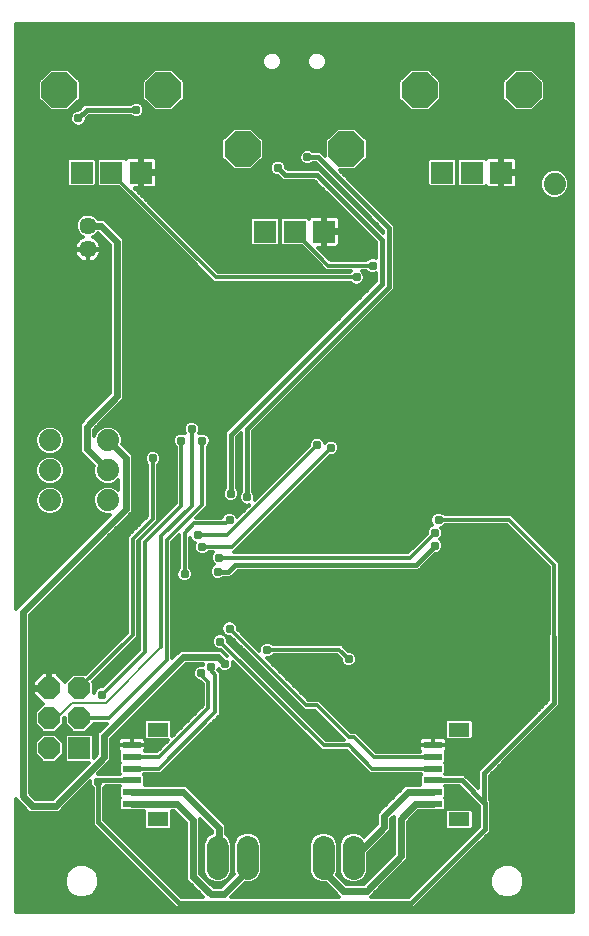
<source format=gbl>
G75*
%MOIN*%
%OFA0B0*%
%FSLAX24Y24*%
%IPPOS*%
%LPD*%
%AMOC8*
5,1,8,0,0,1.08239X$1,22.5*
%
%ADD10C,0.0740*%
%ADD11C,0.0570*%
%ADD12R,0.0740X0.0740*%
%ADD13OC8,0.1181*%
%ADD14C,0.0740*%
%ADD15R,0.0610X0.0236*%
%ADD16R,0.0709X0.0472*%
%ADD17OC8,0.0740*%
%ADD18C,0.0118*%
%ADD19C,0.0310*%
%ADD20C,0.0157*%
%ADD21C,0.0236*%
%ADD22C,0.0079*%
D10*
X001458Y014041D03*
X001458Y015041D03*
X001458Y016041D03*
X003387Y016041D03*
X003387Y015041D03*
X003387Y014041D03*
X018279Y024588D03*
D11*
X002718Y023191D03*
X002718Y022403D03*
D12*
X002521Y024962D03*
X003506Y024962D03*
X004490Y024962D03*
X008624Y022994D03*
X009608Y022994D03*
X010592Y022994D03*
X014529Y024962D03*
X015513Y024962D03*
X016498Y024962D03*
X002431Y005773D03*
D13*
X007876Y025750D03*
X005238Y027718D03*
X001773Y027718D03*
X011340Y025750D03*
X013781Y027718D03*
X017246Y027718D03*
D14*
X011576Y002498D02*
X011576Y001758D01*
X010576Y001758D02*
X010576Y002498D01*
X008049Y002498D02*
X008049Y001758D01*
X007049Y001758D02*
X007049Y002498D01*
D15*
X004187Y003915D03*
X004187Y004309D03*
X004187Y004702D03*
X004187Y005096D03*
X004187Y005490D03*
X004187Y005883D03*
X014226Y005883D03*
X014226Y005490D03*
X014226Y005096D03*
X014226Y004702D03*
X014226Y004309D03*
X014226Y003915D03*
D16*
X015102Y003403D03*
X015102Y006395D03*
X005063Y006395D03*
X005063Y003403D03*
D17*
X002431Y006773D03*
X002431Y007773D03*
X001431Y007773D03*
X001431Y006773D03*
X001431Y005773D03*
D18*
X000318Y004074D02*
X000318Y000318D01*
X018898Y000318D01*
X018898Y029921D01*
X000318Y029921D01*
X000318Y010417D01*
X000455Y010554D01*
X003453Y013552D01*
X003290Y013552D01*
X003110Y013626D01*
X002973Y013764D01*
X002898Y013944D01*
X002898Y014138D01*
X002973Y014318D01*
X003110Y014456D01*
X003290Y014530D01*
X003485Y014530D01*
X003664Y014456D01*
X003741Y014379D01*
X003741Y014703D01*
X003664Y014626D01*
X003485Y014552D01*
X003290Y014552D01*
X003110Y014626D01*
X002973Y014764D01*
X002898Y014944D01*
X002898Y015138D01*
X002915Y015178D01*
X002442Y015651D01*
X002442Y016596D01*
X002581Y016735D01*
X002581Y016735D01*
X003465Y017619D01*
X003465Y022541D01*
X003053Y022953D01*
X003052Y022953D01*
X002947Y022848D01*
X002876Y022819D01*
X002889Y022815D01*
X002951Y022783D01*
X003007Y022742D01*
X003057Y022692D01*
X003098Y022636D01*
X003130Y022574D01*
X003151Y022507D01*
X003162Y022438D01*
X003162Y022413D01*
X002728Y022413D01*
X002728Y022393D01*
X002728Y021959D01*
X002753Y021959D01*
X002822Y021970D01*
X002889Y021992D01*
X002951Y022023D01*
X003007Y022064D01*
X003057Y022114D01*
X003098Y022170D01*
X003130Y022233D01*
X003151Y022299D01*
X003162Y022368D01*
X003162Y022393D01*
X002728Y022393D01*
X002708Y022393D01*
X002708Y021959D01*
X002683Y021959D01*
X002614Y021970D01*
X002548Y021992D01*
X002485Y022023D01*
X002429Y022064D01*
X002379Y022114D01*
X002338Y022170D01*
X002307Y022233D01*
X002285Y022299D01*
X002274Y022368D01*
X002274Y022393D01*
X002708Y022393D01*
X002708Y022413D01*
X002274Y022413D01*
X002274Y022438D01*
X002285Y022507D01*
X002307Y022574D01*
X002338Y022636D01*
X002379Y022692D01*
X002429Y022742D01*
X002485Y022783D01*
X002548Y022815D01*
X002560Y022819D01*
X002489Y022848D01*
X002376Y022962D01*
X002314Y023110D01*
X002314Y023271D01*
X002376Y023419D01*
X002489Y023533D01*
X002638Y023595D01*
X002798Y023595D01*
X002947Y023533D01*
X003052Y023428D01*
X003249Y023428D01*
X003388Y023289D01*
X003940Y022738D01*
X003940Y017423D01*
X003801Y017284D01*
X003801Y017284D01*
X002916Y016399D01*
X002916Y016181D01*
X002973Y016318D01*
X003110Y016456D01*
X003290Y016530D01*
X003485Y016530D01*
X003664Y016456D01*
X003802Y016318D01*
X003876Y016138D01*
X003876Y015944D01*
X003860Y015904D01*
X004076Y015688D01*
X004215Y015549D01*
X004215Y013643D01*
X000790Y010218D01*
X000790Y004273D01*
X000966Y004097D01*
X001557Y004097D01*
X002744Y005284D01*
X002011Y005284D01*
X001942Y005354D01*
X001942Y006193D01*
X002011Y006262D01*
X002850Y006262D01*
X002920Y006193D01*
X002920Y005460D01*
X003032Y005572D01*
X003032Y006084D01*
X003032Y006281D01*
X003346Y006595D01*
X002920Y006595D01*
X002920Y006571D01*
X002633Y006284D01*
X002228Y006284D01*
X001942Y006571D01*
X001942Y006796D01*
X001920Y006774D01*
X001920Y006571D01*
X001633Y006284D01*
X001228Y006284D01*
X000942Y006571D01*
X000942Y006976D01*
X001211Y007245D01*
X000902Y007554D01*
X000902Y007732D01*
X001390Y007732D01*
X001390Y007814D01*
X000902Y007814D01*
X000902Y007992D01*
X001212Y008302D01*
X001390Y008302D01*
X001390Y007814D01*
X001472Y007814D01*
X001472Y008302D01*
X001650Y008302D01*
X001959Y007993D01*
X002228Y008262D01*
X002633Y008262D01*
X002651Y008245D01*
X004036Y009630D01*
X004036Y012831D01*
X004140Y012936D01*
X004705Y013501D01*
X004705Y015225D01*
X004651Y015279D01*
X004609Y015380D01*
X004609Y015489D01*
X004651Y015590D01*
X004728Y015667D01*
X004829Y015709D01*
X004938Y015709D01*
X005039Y015667D01*
X005116Y015590D01*
X005158Y015489D01*
X005158Y015380D01*
X005116Y015279D01*
X005062Y015225D01*
X005062Y013353D01*
X004392Y012684D01*
X004392Y009483D01*
X002902Y007993D01*
X002920Y007976D01*
X002920Y007623D01*
X002958Y007716D01*
X003035Y007793D01*
X003136Y007835D01*
X003213Y007835D01*
X004430Y009052D01*
X004430Y012713D01*
X004534Y012817D01*
X005650Y013934D01*
X005650Y015816D01*
X005596Y015870D01*
X005554Y015971D01*
X005554Y016080D01*
X005596Y016180D01*
X005673Y016258D01*
X005774Y016299D01*
X005883Y016299D01*
X005947Y016273D01*
X005909Y016364D01*
X005909Y016473D01*
X005950Y016574D01*
X006027Y016651D01*
X006128Y016693D01*
X006237Y016693D01*
X006338Y016651D01*
X006415Y016574D01*
X006457Y016473D01*
X006457Y016364D01*
X006419Y016273D01*
X006482Y016299D01*
X006592Y016299D01*
X006692Y016258D01*
X006769Y016180D01*
X006811Y016080D01*
X006811Y015971D01*
X006769Y015870D01*
X006715Y015816D01*
X006715Y013825D01*
X006337Y013447D01*
X007171Y013447D01*
X007210Y013543D01*
X007287Y013620D01*
X007388Y013661D01*
X007497Y013661D01*
X007598Y013620D01*
X007675Y013543D01*
X007705Y013469D01*
X008105Y013869D01*
X008088Y013861D01*
X007979Y013861D01*
X007878Y013903D01*
X007801Y013980D01*
X007759Y014081D01*
X007759Y014190D01*
X007801Y014291D01*
X007835Y014325D01*
X007835Y016296D01*
X007680Y016140D01*
X007680Y014443D01*
X007714Y014409D01*
X007756Y014308D01*
X007756Y014199D01*
X007714Y014098D01*
X007637Y014021D01*
X007536Y013979D01*
X007427Y013979D01*
X007327Y014021D01*
X007250Y014098D01*
X007208Y014199D01*
X007208Y014308D01*
X007250Y014409D01*
X007284Y014443D01*
X007284Y016304D01*
X007400Y016420D01*
X012323Y021343D01*
X012323Y021610D01*
X012271Y021588D01*
X012162Y021588D01*
X012061Y021629D01*
X012007Y021684D01*
X011847Y021684D01*
X011907Y021623D01*
X011949Y021523D01*
X011949Y021414D01*
X011907Y021313D01*
X011830Y021236D01*
X011729Y021194D01*
X011620Y021194D01*
X011520Y021236D01*
X011465Y021290D01*
X006926Y021290D01*
X003743Y024473D01*
X003086Y024473D01*
X003016Y024543D01*
X003016Y025382D01*
X003086Y025451D01*
X003925Y025451D01*
X003976Y025401D01*
X003992Y025430D01*
X004022Y025459D01*
X004058Y025480D01*
X004099Y025491D01*
X004450Y025491D01*
X004450Y025002D01*
X004529Y025002D01*
X004529Y025491D01*
X004881Y025491D01*
X004921Y025480D01*
X004957Y025459D01*
X004987Y025430D01*
X005008Y025394D01*
X005019Y025353D01*
X005019Y025002D01*
X004529Y025002D01*
X004529Y024923D01*
X005019Y024923D01*
X005019Y024571D01*
X005008Y024531D01*
X004987Y024495D01*
X004957Y024465D01*
X004921Y024444D01*
X004881Y024433D01*
X004529Y024433D01*
X004529Y024923D01*
X004450Y024923D01*
X004450Y024433D01*
X004286Y024433D01*
X007073Y021646D01*
X011465Y021646D01*
X011503Y021684D01*
X010666Y021684D01*
X009845Y022505D01*
X009189Y022505D01*
X009119Y022574D01*
X009119Y023413D01*
X009189Y023483D01*
X010027Y023483D01*
X010078Y023432D01*
X010095Y023461D01*
X010124Y023491D01*
X010161Y023512D01*
X010201Y023523D01*
X010553Y023523D01*
X010553Y023033D01*
X010631Y023033D01*
X010631Y023523D01*
X010983Y023523D01*
X011024Y023512D01*
X011060Y023491D01*
X011089Y023461D01*
X011110Y023425D01*
X011121Y023385D01*
X011121Y023033D01*
X010632Y023033D01*
X010632Y022954D01*
X011121Y022954D01*
X011121Y022603D01*
X011110Y022562D01*
X011089Y022526D01*
X011060Y022496D01*
X011024Y022475D01*
X010983Y022465D01*
X010631Y022465D01*
X010631Y022954D01*
X010553Y022954D01*
X010553Y022465D01*
X010389Y022465D01*
X010814Y022040D01*
X012007Y022040D01*
X012061Y022094D01*
X012162Y022136D01*
X012271Y022136D01*
X012323Y022114D01*
X012323Y022636D01*
X010274Y024686D01*
X009211Y024686D01*
X009095Y024802D01*
X009051Y024846D01*
X009002Y024846D01*
X008901Y024887D01*
X008824Y024964D01*
X008783Y025065D01*
X008783Y025174D01*
X008824Y025275D01*
X008901Y025352D01*
X009002Y025394D01*
X009111Y025394D01*
X009212Y025352D01*
X009289Y025275D01*
X009331Y025174D01*
X009331Y025125D01*
X009375Y025081D01*
X010438Y025081D01*
X010554Y024965D01*
X010554Y024965D01*
X012560Y022959D01*
X012560Y023030D01*
X010313Y025276D01*
X010231Y025276D01*
X010196Y025242D01*
X010095Y025200D01*
X009986Y025200D01*
X009886Y025242D01*
X009809Y025319D01*
X009767Y025420D01*
X009767Y025529D01*
X009809Y025629D01*
X009886Y025706D01*
X009986Y025748D01*
X010095Y025748D01*
X010196Y025706D01*
X010231Y025672D01*
X010477Y025672D01*
X010631Y025518D01*
X010631Y026044D01*
X011046Y026459D01*
X011634Y026459D01*
X012050Y026044D01*
X012050Y025456D01*
X011634Y025040D01*
X011109Y025040D01*
X012955Y023194D01*
X012955Y021061D01*
X012839Y020946D01*
X008231Y016337D01*
X008231Y014325D01*
X008265Y014291D01*
X008307Y014190D01*
X008307Y014081D01*
X008300Y014064D01*
X010082Y015846D01*
X010082Y015922D01*
X010124Y016023D01*
X010201Y016100D01*
X010301Y016142D01*
X010410Y016142D01*
X010511Y016100D01*
X010588Y016023D01*
X010614Y015962D01*
X010673Y016021D01*
X010774Y016063D01*
X010883Y016063D01*
X010984Y016021D01*
X011061Y015944D01*
X011102Y015843D01*
X011102Y015734D01*
X011061Y015634D01*
X010984Y015557D01*
X010883Y015515D01*
X010806Y015515D01*
X007597Y012306D01*
X013392Y012306D01*
X014019Y012932D01*
X014019Y013009D01*
X014061Y013110D01*
X014138Y013187D01*
X014199Y013212D01*
X014179Y013232D01*
X014137Y013333D01*
X014137Y013442D01*
X014179Y013543D01*
X014256Y013620D01*
X014357Y013661D01*
X014466Y013661D01*
X014566Y013620D01*
X014620Y013566D01*
X016847Y013566D01*
X016951Y013461D01*
X018447Y011965D01*
X018447Y009595D01*
X018467Y009576D01*
X018467Y007203D01*
X016125Y004861D01*
X016125Y004040D01*
X016144Y004021D01*
X016144Y002991D01*
X013703Y000550D01*
X013587Y000434D01*
X005668Y000434D01*
X002991Y003111D01*
X002875Y003227D01*
X002875Y004457D01*
X002840Y004492D01*
X002798Y004593D01*
X002798Y004668D01*
X001753Y003623D01*
X000769Y003623D01*
X000631Y003762D01*
X000318Y004074D01*
X000318Y004007D02*
X000385Y004007D01*
X000318Y003891D02*
X000502Y003891D01*
X000618Y003774D02*
X000318Y003774D01*
X000318Y003657D02*
X000735Y003657D01*
X000318Y003541D02*
X002875Y003541D01*
X002875Y003657D02*
X001788Y003657D01*
X001905Y003774D02*
X002875Y003774D01*
X002875Y003891D02*
X002021Y003891D01*
X002138Y004007D02*
X002875Y004007D01*
X002875Y004124D02*
X002254Y004124D01*
X002371Y004240D02*
X002875Y004240D01*
X002875Y004357D02*
X002488Y004357D01*
X002604Y004474D02*
X002858Y004474D01*
X002799Y004590D02*
X002721Y004590D01*
X003052Y004921D02*
X003368Y005237D01*
X003506Y005376D01*
X003506Y006084D01*
X006005Y008583D01*
X006564Y008583D01*
X006548Y008543D01*
X006443Y008543D01*
X006342Y008502D01*
X006265Y008425D01*
X006224Y008324D01*
X006224Y008215D01*
X006265Y008114D01*
X006342Y008037D01*
X006443Y007995D01*
X006480Y007995D01*
X006556Y007920D01*
X006556Y007201D01*
X005536Y006182D01*
X005536Y006681D01*
X005466Y006751D01*
X004659Y006751D01*
X004589Y006681D01*
X004589Y006129D01*
X004553Y006150D01*
X004513Y006161D01*
X004187Y006161D01*
X004187Y005883D01*
X004187Y005883D01*
X004651Y005883D01*
X004651Y005744D01*
X004640Y005704D01*
X004619Y005668D01*
X005022Y005668D01*
X005394Y006040D01*
X004659Y006040D01*
X004641Y006058D01*
X004651Y006023D01*
X004651Y005883D01*
X004187Y005883D01*
X003722Y005883D01*
X003722Y005744D01*
X003733Y005704D01*
X003754Y005668D01*
X003764Y005658D01*
X003762Y005657D01*
X003762Y005322D01*
X003792Y005293D01*
X003762Y005263D01*
X003762Y004929D01*
X003791Y004900D01*
X003178Y004900D01*
X003127Y004921D01*
X003052Y004921D01*
X003071Y004940D02*
X003762Y004940D01*
X003762Y005057D02*
X003187Y005057D01*
X003304Y005173D02*
X003762Y005173D01*
X003789Y005290D02*
X003421Y005290D01*
X003506Y005407D02*
X003762Y005407D01*
X003762Y005523D02*
X003506Y005523D01*
X003506Y005640D02*
X003762Y005640D01*
X003722Y005756D02*
X003506Y005756D01*
X003506Y005873D02*
X003722Y005873D01*
X003722Y005883D02*
X004187Y005883D01*
X004187Y005883D01*
X004187Y005883D01*
X004187Y006161D01*
X003861Y006161D01*
X003820Y006150D01*
X003784Y006129D01*
X003754Y006099D01*
X003733Y006063D01*
X003722Y006023D01*
X003722Y005883D01*
X003722Y005990D02*
X003506Y005990D01*
X003528Y006106D02*
X003761Y006106D01*
X003645Y006223D02*
X004589Y006223D01*
X004589Y006339D02*
X003761Y006339D01*
X003878Y006456D02*
X004589Y006456D01*
X004589Y006573D02*
X003995Y006573D01*
X004111Y006689D02*
X004598Y006689D01*
X004344Y006922D02*
X006277Y006922D01*
X006160Y006806D02*
X004228Y006806D01*
X004461Y007039D02*
X006393Y007039D01*
X006510Y007156D02*
X004578Y007156D01*
X004694Y007272D02*
X006556Y007272D01*
X006556Y007389D02*
X004811Y007389D01*
X004928Y007506D02*
X006556Y007506D01*
X006556Y007622D02*
X005044Y007622D01*
X005161Y007739D02*
X006556Y007739D01*
X006556Y007855D02*
X005277Y007855D01*
X005394Y007972D02*
X006504Y007972D01*
X006734Y007994D02*
X006498Y008230D01*
X006498Y008269D01*
X006291Y008089D02*
X005511Y008089D01*
X005627Y008205D02*
X006228Y008205D01*
X006224Y008322D02*
X005744Y008322D01*
X005860Y008438D02*
X006279Y008438D01*
X006553Y008555D02*
X005977Y008555D01*
X005670Y008919D02*
X005809Y009058D01*
X007147Y009058D01*
X007351Y008853D01*
X007357Y008851D01*
X007150Y009058D01*
X007073Y009058D01*
X006972Y009100D01*
X006895Y009177D01*
X006854Y009278D01*
X006854Y009387D01*
X006895Y009488D01*
X006972Y009565D01*
X007073Y009606D01*
X007182Y009606D01*
X007237Y009584D01*
X007210Y009610D01*
X007168Y009711D01*
X007168Y009820D01*
X007210Y009921D01*
X007287Y009998D01*
X007388Y010039D01*
X007497Y010039D01*
X007598Y009998D01*
X007675Y009921D01*
X007717Y009820D01*
X007717Y009743D01*
X008428Y009031D01*
X008428Y009111D01*
X008470Y009212D01*
X008547Y009289D01*
X008648Y009331D01*
X008757Y009331D01*
X008858Y009289D01*
X008912Y009235D01*
X011178Y009235D01*
X011397Y009016D01*
X011473Y009016D01*
X011574Y008974D01*
X011651Y008897D01*
X011693Y008796D01*
X011693Y008687D01*
X011651Y008586D01*
X011574Y008509D01*
X011473Y008468D01*
X011364Y008468D01*
X011264Y008509D01*
X011187Y008586D01*
X011145Y008687D01*
X011145Y008764D01*
X011030Y008879D01*
X008912Y008879D01*
X008858Y008824D01*
X008757Y008783D01*
X008677Y008783D01*
X010075Y007384D01*
X010430Y007384D01*
X011493Y006321D01*
X011650Y006321D01*
X011754Y006217D01*
X011754Y006217D01*
X012319Y005652D01*
X013802Y005652D01*
X013802Y005657D01*
X013803Y005658D01*
X013794Y005668D01*
X013773Y005704D01*
X013762Y005744D01*
X013762Y005883D01*
X014226Y005883D01*
X014226Y005883D01*
X014226Y005883D01*
X014690Y005883D01*
X014690Y005744D01*
X014679Y005704D01*
X014658Y005668D01*
X014649Y005658D01*
X014650Y005657D01*
X014650Y005322D01*
X014621Y005293D01*
X014650Y005263D01*
X014650Y004929D01*
X014622Y004900D01*
X015265Y004900D01*
X015729Y004436D01*
X015729Y005024D01*
X015845Y005140D01*
X018071Y007367D01*
X018071Y009576D01*
X018091Y009595D01*
X018091Y011818D01*
X016699Y013209D01*
X014620Y013209D01*
X014566Y013155D01*
X014505Y013130D01*
X014525Y013110D01*
X014567Y013009D01*
X014567Y012900D01*
X014525Y012799D01*
X014464Y012738D01*
X014525Y012676D01*
X014567Y012576D01*
X014567Y012467D01*
X014525Y012366D01*
X014448Y012289D01*
X014347Y012247D01*
X014299Y012247D01*
X013745Y011694D01*
X007721Y011694D01*
X007485Y011457D01*
X007239Y011457D01*
X007204Y011423D01*
X007103Y011381D01*
X006994Y011381D01*
X006894Y011423D01*
X006816Y011500D01*
X006775Y011601D01*
X006775Y011710D01*
X006816Y011810D01*
X006894Y011887D01*
X006927Y011901D01*
X006856Y011972D01*
X006814Y012073D01*
X006814Y012182D01*
X006856Y012283D01*
X006877Y012304D01*
X006746Y012304D01*
X006692Y012250D01*
X006592Y012208D01*
X006482Y012208D01*
X006382Y012250D01*
X006305Y012327D01*
X006263Y012427D01*
X006263Y012536D01*
X006295Y012614D01*
X006224Y012643D01*
X006147Y012720D01*
X006125Y012775D01*
X006125Y011786D01*
X006179Y011732D01*
X006221Y011631D01*
X006221Y011522D01*
X006179Y011421D01*
X006102Y011344D01*
X006001Y011302D01*
X005892Y011302D01*
X005791Y011344D01*
X005714Y011421D01*
X005672Y011522D01*
X005672Y011631D01*
X005714Y011732D01*
X005768Y011786D01*
X005768Y012879D01*
X005534Y012644D01*
X005534Y008783D01*
X005670Y008919D01*
X005656Y008905D02*
X005534Y008905D01*
X005534Y009021D02*
X005773Y009021D01*
X005534Y009138D02*
X006934Y009138D01*
X006863Y009255D02*
X005534Y009255D01*
X005534Y009371D02*
X006854Y009371D01*
X006896Y009488D02*
X005534Y009488D01*
X005534Y009605D02*
X007069Y009605D01*
X007186Y009605D02*
X007216Y009605D01*
X007168Y009721D02*
X005534Y009721D01*
X005534Y009838D02*
X007176Y009838D01*
X007244Y009954D02*
X005534Y009954D01*
X005534Y010071D02*
X018091Y010071D01*
X018091Y010188D02*
X005534Y010188D01*
X005534Y010304D02*
X018091Y010304D01*
X018091Y010421D02*
X005534Y010421D01*
X005534Y010537D02*
X018091Y010537D01*
X018091Y010654D02*
X005534Y010654D01*
X005534Y010771D02*
X018091Y010771D01*
X018091Y010887D02*
X005534Y010887D01*
X005534Y011004D02*
X018091Y011004D01*
X018091Y011120D02*
X005534Y011120D01*
X005534Y011237D02*
X018091Y011237D01*
X018091Y011354D02*
X006111Y011354D01*
X006199Y011470D02*
X006846Y011470D01*
X006780Y011587D02*
X006221Y011587D01*
X006190Y011703D02*
X006775Y011703D01*
X006826Y011820D02*
X006125Y011820D01*
X006125Y011937D02*
X006891Y011937D01*
X006822Y012053D02*
X006125Y012053D01*
X006125Y012170D02*
X006814Y012170D01*
X006860Y012287D02*
X006729Y012287D01*
X006537Y012482D02*
X007521Y012482D01*
X010828Y015789D01*
X011102Y015785D02*
X018898Y015785D01*
X018898Y015901D02*
X011078Y015901D01*
X010987Y016018D02*
X018898Y016018D01*
X018898Y016135D02*
X010428Y016135D01*
X010284Y016135D02*
X008231Y016135D01*
X008231Y016251D02*
X018898Y016251D01*
X018898Y016368D02*
X008262Y016368D01*
X008378Y016485D02*
X018898Y016485D01*
X018898Y016601D02*
X008495Y016601D01*
X008612Y016718D02*
X018898Y016718D01*
X018898Y016834D02*
X008728Y016834D01*
X008845Y016951D02*
X018898Y016951D01*
X018898Y017068D02*
X008961Y017068D01*
X009078Y017184D02*
X018898Y017184D01*
X018898Y017301D02*
X009195Y017301D01*
X009311Y017417D02*
X018898Y017417D01*
X018898Y017534D02*
X009428Y017534D01*
X009545Y017651D02*
X018898Y017651D01*
X018898Y017767D02*
X009661Y017767D01*
X009778Y017884D02*
X018898Y017884D01*
X018898Y018000D02*
X009894Y018000D01*
X010011Y018117D02*
X018898Y018117D01*
X018898Y018234D02*
X010128Y018234D01*
X010244Y018350D02*
X018898Y018350D01*
X018898Y018467D02*
X010361Y018467D01*
X010477Y018584D02*
X018898Y018584D01*
X018898Y018700D02*
X010594Y018700D01*
X010711Y018817D02*
X018898Y018817D01*
X018898Y018933D02*
X010827Y018933D01*
X010944Y019050D02*
X018898Y019050D01*
X018898Y019167D02*
X011060Y019167D01*
X011177Y019283D02*
X018898Y019283D01*
X018898Y019400D02*
X011294Y019400D01*
X011410Y019516D02*
X018898Y019516D01*
X018898Y019633D02*
X011527Y019633D01*
X011644Y019750D02*
X018898Y019750D01*
X018898Y019866D02*
X011760Y019866D01*
X011877Y019983D02*
X018898Y019983D01*
X018898Y020099D02*
X011993Y020099D01*
X012110Y020216D02*
X018898Y020216D01*
X018898Y020333D02*
X012227Y020333D01*
X012343Y020449D02*
X018898Y020449D01*
X018898Y020566D02*
X012460Y020566D01*
X012576Y020683D02*
X018898Y020683D01*
X018898Y020799D02*
X012693Y020799D01*
X012810Y020916D02*
X018898Y020916D01*
X018898Y021032D02*
X012926Y021032D01*
X012955Y021149D02*
X018898Y021149D01*
X018898Y021266D02*
X012955Y021266D01*
X012955Y021382D02*
X018898Y021382D01*
X018898Y021499D02*
X012955Y021499D01*
X012955Y021615D02*
X018898Y021615D01*
X018898Y021732D02*
X012955Y021732D01*
X012955Y021849D02*
X018898Y021849D01*
X018898Y021965D02*
X012955Y021965D01*
X012955Y022082D02*
X018898Y022082D01*
X018898Y022198D02*
X012955Y022198D01*
X012955Y022315D02*
X018898Y022315D01*
X018898Y022432D02*
X012955Y022432D01*
X012955Y022548D02*
X018898Y022548D01*
X018898Y022665D02*
X012955Y022665D01*
X012955Y022781D02*
X018898Y022781D01*
X018898Y022898D02*
X012955Y022898D01*
X012955Y023015D02*
X018898Y023015D01*
X018898Y023131D02*
X012955Y023131D01*
X012901Y023248D02*
X018898Y023248D01*
X018898Y023365D02*
X012784Y023365D01*
X012668Y023481D02*
X018898Y023481D01*
X018898Y023598D02*
X012551Y023598D01*
X012435Y023714D02*
X018898Y023714D01*
X018898Y023831D02*
X012318Y023831D01*
X012201Y023948D02*
X018898Y023948D01*
X018898Y024064D02*
X012085Y024064D01*
X011968Y024181D02*
X017995Y024181D01*
X018002Y024174D02*
X018182Y024099D01*
X018376Y024099D01*
X018556Y024174D01*
X018694Y024311D01*
X018768Y024491D01*
X018768Y024685D01*
X018694Y024865D01*
X018556Y025003D01*
X018376Y025077D01*
X018182Y025077D01*
X018002Y025003D01*
X017865Y024865D01*
X017790Y024685D01*
X017790Y024491D01*
X017865Y024311D01*
X018002Y024174D01*
X017878Y024297D02*
X011852Y024297D01*
X011735Y024414D02*
X017822Y024414D01*
X017790Y024531D02*
X017016Y024531D01*
X017027Y024571D01*
X017027Y024923D01*
X016537Y024923D01*
X016537Y025002D01*
X016458Y025002D01*
X016458Y025491D01*
X016107Y025491D01*
X016066Y025480D01*
X016030Y025459D01*
X016000Y025430D01*
X015983Y025401D01*
X015933Y025451D01*
X015094Y025451D01*
X015024Y025382D01*
X015024Y024543D01*
X015094Y024473D01*
X015933Y024473D01*
X015983Y024524D01*
X016000Y024495D01*
X016030Y024465D01*
X016066Y024444D01*
X016107Y024433D01*
X016458Y024433D01*
X016458Y024923D01*
X016537Y024923D01*
X016537Y024433D01*
X016889Y024433D01*
X016929Y024444D01*
X016965Y024465D01*
X016995Y024495D01*
X017016Y024531D01*
X017027Y024647D02*
X017790Y024647D01*
X017823Y024764D02*
X017027Y024764D01*
X017027Y024880D02*
X017880Y024880D01*
X017996Y024997D02*
X016537Y024997D01*
X016537Y025002D02*
X017027Y025002D01*
X017027Y025353D01*
X017016Y025394D01*
X016995Y025430D01*
X016965Y025459D01*
X016929Y025480D01*
X016889Y025491D01*
X016537Y025491D01*
X016537Y025002D01*
X016537Y025114D02*
X016458Y025114D01*
X016458Y025230D02*
X016537Y025230D01*
X016537Y025347D02*
X016458Y025347D01*
X016458Y025464D02*
X016537Y025464D01*
X016958Y025464D02*
X018898Y025464D01*
X018898Y025580D02*
X012050Y025580D01*
X012050Y025464D02*
X016037Y025464D01*
X016458Y024880D02*
X016537Y024880D01*
X016537Y024764D02*
X016458Y024764D01*
X016458Y024647D02*
X016537Y024647D01*
X016537Y024531D02*
X016458Y024531D01*
X017027Y025114D02*
X018898Y025114D01*
X018898Y025230D02*
X017027Y025230D01*
X017027Y025347D02*
X018898Y025347D01*
X018898Y025697D02*
X012050Y025697D01*
X012050Y025813D02*
X018898Y025813D01*
X018898Y025930D02*
X012050Y025930D01*
X012047Y026047D02*
X018898Y026047D01*
X018898Y026163D02*
X011930Y026163D01*
X011813Y026280D02*
X018898Y026280D01*
X018898Y026396D02*
X011697Y026396D01*
X010983Y026396D02*
X008232Y026396D01*
X008170Y026459D02*
X007582Y026459D01*
X007166Y026044D01*
X007166Y025456D01*
X007582Y025040D01*
X008170Y025040D01*
X008585Y025456D01*
X008585Y026044D01*
X008170Y026459D01*
X008349Y026280D02*
X010867Y026280D01*
X010750Y026163D02*
X008466Y026163D01*
X008582Y026047D02*
X010634Y026047D01*
X010631Y025930D02*
X008585Y025930D01*
X008585Y025813D02*
X010631Y025813D01*
X010631Y025697D02*
X010206Y025697D01*
X009876Y025697D02*
X008585Y025697D01*
X008585Y025580D02*
X009788Y025580D01*
X009767Y025464D02*
X008585Y025464D01*
X008476Y025347D02*
X008896Y025347D01*
X008806Y025230D02*
X008360Y025230D01*
X008243Y025114D02*
X008783Y025114D01*
X008811Y024997D02*
X004529Y024997D01*
X004529Y024880D02*
X004450Y024880D01*
X004450Y024764D02*
X004529Y024764D01*
X004529Y024647D02*
X004450Y024647D01*
X004450Y024531D02*
X004529Y024531D01*
X004306Y024414D02*
X010546Y024414D01*
X010662Y024297D02*
X004422Y024297D01*
X004539Y024181D02*
X010779Y024181D01*
X010895Y024064D02*
X004655Y024064D01*
X004772Y023948D02*
X011012Y023948D01*
X011129Y023831D02*
X004889Y023831D01*
X005005Y023714D02*
X011245Y023714D01*
X011362Y023598D02*
X005122Y023598D01*
X005238Y023481D02*
X008203Y023481D01*
X008204Y023483D02*
X008135Y023413D01*
X008135Y022574D01*
X008204Y022505D01*
X009043Y022505D01*
X009113Y022574D01*
X009113Y023413D01*
X009043Y023483D01*
X008204Y023483D01*
X008135Y023365D02*
X005355Y023365D01*
X005472Y023248D02*
X008135Y023248D01*
X008135Y023131D02*
X005588Y023131D01*
X005705Y023015D02*
X008135Y023015D01*
X008135Y022898D02*
X005822Y022898D01*
X005938Y022781D02*
X008135Y022781D01*
X008135Y022665D02*
X006055Y022665D01*
X006171Y022548D02*
X008161Y022548D01*
X009087Y022548D02*
X009145Y022548D01*
X009119Y022665D02*
X009113Y022665D01*
X009113Y022781D02*
X009119Y022781D01*
X009113Y022898D02*
X009119Y022898D01*
X009113Y023015D02*
X009119Y023015D01*
X009113Y023131D02*
X009119Y023131D01*
X009113Y023248D02*
X009119Y023248D01*
X009113Y023365D02*
X009119Y023365D01*
X009187Y023481D02*
X009045Y023481D01*
X009608Y022994D02*
X010740Y021862D01*
X012216Y021862D01*
X012095Y021615D02*
X011910Y021615D01*
X011949Y021499D02*
X012323Y021499D01*
X012323Y021382D02*
X011936Y021382D01*
X011860Y021266D02*
X012246Y021266D01*
X012129Y021149D02*
X003940Y021149D01*
X003940Y021266D02*
X011490Y021266D01*
X011675Y021468D02*
X007000Y021468D01*
X003506Y024962D01*
X003802Y024414D02*
X000318Y024414D01*
X000318Y024297D02*
X003918Y024297D01*
X004035Y024181D02*
X000318Y024181D01*
X000318Y024064D02*
X004152Y024064D01*
X004268Y023948D02*
X000318Y023948D01*
X000318Y023831D02*
X004385Y023831D01*
X004501Y023714D02*
X000318Y023714D01*
X000318Y023598D02*
X004618Y023598D01*
X004735Y023481D02*
X002999Y023481D01*
X003313Y023365D02*
X004851Y023365D01*
X004968Y023248D02*
X003429Y023248D01*
X003546Y023131D02*
X005085Y023131D01*
X005201Y023015D02*
X003662Y023015D01*
X003779Y022898D02*
X005318Y022898D01*
X005434Y022781D02*
X003896Y022781D01*
X003940Y022665D02*
X005551Y022665D01*
X005668Y022548D02*
X003940Y022548D01*
X003940Y022432D02*
X005784Y022432D01*
X005901Y022315D02*
X003940Y022315D01*
X003940Y022198D02*
X006017Y022198D01*
X006134Y022082D02*
X003940Y022082D01*
X003940Y021965D02*
X006251Y021965D01*
X006367Y021849D02*
X003940Y021849D01*
X003940Y021732D02*
X006484Y021732D01*
X006600Y021615D02*
X003940Y021615D01*
X003940Y021499D02*
X006717Y021499D01*
X006834Y021382D02*
X003940Y021382D01*
X003940Y021032D02*
X012012Y021032D01*
X011896Y020916D02*
X003940Y020916D01*
X003940Y020799D02*
X011779Y020799D01*
X011663Y020683D02*
X003940Y020683D01*
X003940Y020566D02*
X011546Y020566D01*
X011429Y020449D02*
X003940Y020449D01*
X003940Y020333D02*
X011313Y020333D01*
X011196Y020216D02*
X003940Y020216D01*
X003940Y020099D02*
X011080Y020099D01*
X010963Y019983D02*
X003940Y019983D01*
X003940Y019866D02*
X010846Y019866D01*
X010730Y019750D02*
X003940Y019750D01*
X003940Y019633D02*
X010613Y019633D01*
X010497Y019516D02*
X003940Y019516D01*
X003940Y019400D02*
X010380Y019400D01*
X010263Y019283D02*
X003940Y019283D01*
X003940Y019167D02*
X010147Y019167D01*
X010030Y019050D02*
X003940Y019050D01*
X003940Y018933D02*
X009913Y018933D01*
X009797Y018817D02*
X003940Y018817D01*
X003940Y018700D02*
X009680Y018700D01*
X009564Y018584D02*
X003940Y018584D01*
X003940Y018467D02*
X009447Y018467D01*
X009330Y018350D02*
X003940Y018350D01*
X003940Y018234D02*
X009214Y018234D01*
X009097Y018117D02*
X003940Y018117D01*
X003940Y018000D02*
X008981Y018000D01*
X008864Y017884D02*
X003940Y017884D01*
X003940Y017767D02*
X008747Y017767D01*
X008631Y017651D02*
X003940Y017651D01*
X003940Y017534D02*
X008514Y017534D01*
X008398Y017417D02*
X003934Y017417D01*
X003817Y017301D02*
X008281Y017301D01*
X008164Y017184D02*
X003701Y017184D01*
X003584Y017068D02*
X008048Y017068D01*
X007931Y016951D02*
X003467Y016951D01*
X003351Y016834D02*
X007814Y016834D01*
X007698Y016718D02*
X003234Y016718D01*
X003118Y016601D02*
X005977Y016601D01*
X005913Y016485D02*
X003594Y016485D01*
X003752Y016368D02*
X005909Y016368D01*
X005667Y016251D02*
X003830Y016251D01*
X003876Y016135D02*
X005577Y016135D01*
X005554Y016018D02*
X003876Y016018D01*
X003862Y015901D02*
X005583Y015901D01*
X005650Y015785D02*
X003979Y015785D01*
X004095Y015668D02*
X004731Y015668D01*
X004635Y015552D02*
X004212Y015552D01*
X004215Y015435D02*
X004609Y015435D01*
X004635Y015318D02*
X004215Y015318D01*
X004215Y015202D02*
X004705Y015202D01*
X004705Y015085D02*
X004215Y015085D01*
X004215Y014969D02*
X004705Y014969D01*
X004705Y014852D02*
X004215Y014852D01*
X004215Y014735D02*
X004705Y014735D01*
X004705Y014619D02*
X004215Y014619D01*
X004215Y014502D02*
X004705Y014502D01*
X004705Y014386D02*
X004215Y014386D01*
X004215Y014269D02*
X004705Y014269D01*
X004705Y014152D02*
X004215Y014152D01*
X004215Y014036D02*
X004705Y014036D01*
X004705Y013919D02*
X004215Y013919D01*
X004215Y013802D02*
X004705Y013802D01*
X004705Y013686D02*
X004215Y013686D01*
X004141Y013569D02*
X004705Y013569D01*
X004657Y013453D02*
X004024Y013453D01*
X003908Y013336D02*
X004541Y013336D01*
X004424Y013219D02*
X003791Y013219D01*
X003674Y013103D02*
X004308Y013103D01*
X004191Y012986D02*
X003558Y012986D01*
X003441Y012870D02*
X004074Y012870D01*
X004036Y012753D02*
X003325Y012753D01*
X003208Y012636D02*
X004036Y012636D01*
X004036Y012520D02*
X003091Y012520D01*
X002975Y012403D02*
X004036Y012403D01*
X004036Y012287D02*
X002858Y012287D01*
X002742Y012170D02*
X004036Y012170D01*
X004036Y012053D02*
X002625Y012053D01*
X002508Y011937D02*
X004036Y011937D01*
X004036Y011820D02*
X002392Y011820D01*
X002275Y011703D02*
X004036Y011703D01*
X004036Y011587D02*
X002159Y011587D01*
X002042Y011470D02*
X004036Y011470D01*
X004036Y011354D02*
X001925Y011354D01*
X001809Y011237D02*
X004036Y011237D01*
X004036Y011120D02*
X001692Y011120D01*
X001575Y011004D02*
X004036Y011004D01*
X004036Y010887D02*
X001459Y010887D01*
X001342Y010771D02*
X004036Y010771D01*
X004036Y010654D02*
X001226Y010654D01*
X001109Y010537D02*
X004036Y010537D01*
X004036Y010421D02*
X000992Y010421D01*
X000876Y010304D02*
X004036Y010304D01*
X004036Y010188D02*
X000790Y010188D01*
X000790Y010071D02*
X004036Y010071D01*
X004036Y009954D02*
X000790Y009954D01*
X000790Y009838D02*
X004036Y009838D01*
X004036Y009721D02*
X000790Y009721D01*
X000790Y009605D02*
X004010Y009605D01*
X003893Y009488D02*
X000790Y009488D01*
X000790Y009371D02*
X003777Y009371D01*
X003660Y009255D02*
X000790Y009255D01*
X000790Y009138D02*
X003544Y009138D01*
X003427Y009021D02*
X000790Y009021D01*
X000790Y008905D02*
X003310Y008905D01*
X003194Y008788D02*
X000790Y008788D01*
X000790Y008672D02*
X003077Y008672D01*
X002961Y008555D02*
X000790Y008555D01*
X000790Y008438D02*
X002844Y008438D01*
X002727Y008322D02*
X000790Y008322D01*
X000790Y008205D02*
X001114Y008205D01*
X000998Y008089D02*
X000790Y008089D01*
X000790Y007972D02*
X000902Y007972D01*
X000902Y007855D02*
X000790Y007855D01*
X000790Y007739D02*
X001390Y007739D01*
X001390Y007855D02*
X001472Y007855D01*
X001472Y007972D02*
X001390Y007972D01*
X001390Y008089D02*
X001472Y008089D01*
X001472Y008205D02*
X001390Y008205D01*
X001747Y008205D02*
X002171Y008205D01*
X002054Y008089D02*
X001864Y008089D01*
X002431Y007773D02*
X004214Y009557D01*
X004214Y012757D01*
X004883Y013427D01*
X004883Y015435D01*
X005158Y015435D02*
X005650Y015435D01*
X005650Y015318D02*
X005132Y015318D01*
X005062Y015202D02*
X005650Y015202D01*
X005650Y015085D02*
X005062Y015085D01*
X005062Y014969D02*
X005650Y014969D01*
X005650Y014852D02*
X005062Y014852D01*
X005062Y014735D02*
X005650Y014735D01*
X005650Y014619D02*
X005062Y014619D01*
X005062Y014502D02*
X005650Y014502D01*
X005650Y014386D02*
X005062Y014386D01*
X005062Y014269D02*
X005650Y014269D01*
X005650Y014152D02*
X005062Y014152D01*
X005062Y014036D02*
X005650Y014036D01*
X005636Y013919D02*
X005062Y013919D01*
X005062Y013802D02*
X005519Y013802D01*
X005402Y013686D02*
X005062Y013686D01*
X005062Y013569D02*
X005286Y013569D01*
X005169Y013453D02*
X005062Y013453D01*
X005053Y013336D02*
X005045Y013336D01*
X004936Y013219D02*
X004928Y013219D01*
X004819Y013103D02*
X004811Y013103D01*
X004703Y012986D02*
X004695Y012986D01*
X004586Y012870D02*
X004578Y012870D01*
X004470Y012753D02*
X004462Y012753D01*
X004430Y012636D02*
X004392Y012636D01*
X004392Y012520D02*
X004430Y012520D01*
X004430Y012403D02*
X004392Y012403D01*
X004392Y012287D02*
X004430Y012287D01*
X004430Y012170D02*
X004392Y012170D01*
X004392Y012053D02*
X004430Y012053D01*
X004430Y011937D02*
X004392Y011937D01*
X004392Y011820D02*
X004430Y011820D01*
X004430Y011703D02*
X004392Y011703D01*
X004392Y011587D02*
X004430Y011587D01*
X004430Y011470D02*
X004392Y011470D01*
X004392Y011354D02*
X004430Y011354D01*
X004430Y011237D02*
X004392Y011237D01*
X004392Y011120D02*
X004430Y011120D01*
X004430Y011004D02*
X004392Y011004D01*
X004392Y010887D02*
X004430Y010887D01*
X004430Y010771D02*
X004392Y010771D01*
X004392Y010654D02*
X004430Y010654D01*
X004430Y010537D02*
X004392Y010537D01*
X004392Y010421D02*
X004430Y010421D01*
X004430Y010304D02*
X004392Y010304D01*
X004392Y010188D02*
X004430Y010188D01*
X004430Y010071D02*
X004392Y010071D01*
X004392Y009954D02*
X004430Y009954D01*
X004430Y009838D02*
X004392Y009838D01*
X004392Y009721D02*
X004430Y009721D01*
X004430Y009605D02*
X004392Y009605D01*
X004392Y009488D02*
X004430Y009488D01*
X004430Y009371D02*
X004281Y009371D01*
X004164Y009255D02*
X004430Y009255D01*
X004430Y009138D02*
X004047Y009138D01*
X003931Y009021D02*
X004399Y009021D01*
X004283Y008905D02*
X003814Y008905D01*
X003698Y008788D02*
X004166Y008788D01*
X004050Y008672D02*
X003581Y008672D01*
X003464Y008555D02*
X003933Y008555D01*
X003816Y008438D02*
X003348Y008438D01*
X003231Y008322D02*
X003700Y008322D01*
X003583Y008205D02*
X003115Y008205D01*
X002998Y008089D02*
X003467Y008089D01*
X003350Y007972D02*
X002920Y007972D01*
X002920Y007855D02*
X003233Y007855D01*
X002981Y007739D02*
X002920Y007739D01*
X003191Y007561D02*
X004608Y008978D01*
X004608Y012639D01*
X005828Y013860D01*
X005828Y016025D01*
X005650Y015668D02*
X005036Y015668D01*
X005132Y015552D02*
X005650Y015552D01*
X006183Y016419D02*
X006183Y013860D01*
X005159Y012836D01*
X005159Y009135D01*
X005356Y008702D02*
X003427Y006773D01*
X002431Y006773D01*
X002689Y006339D02*
X003091Y006339D01*
X003032Y006223D02*
X002890Y006223D01*
X002920Y006106D02*
X003032Y006106D01*
X003032Y005990D02*
X002920Y005990D01*
X002920Y005873D02*
X003032Y005873D01*
X003032Y005756D02*
X002920Y005756D01*
X002920Y005640D02*
X003032Y005640D01*
X002983Y005523D02*
X002920Y005523D01*
X002633Y005173D02*
X000790Y005173D01*
X000790Y005057D02*
X002517Y005057D01*
X002400Y004940D02*
X000790Y004940D01*
X000790Y004823D02*
X002283Y004823D01*
X002167Y004707D02*
X000790Y004707D01*
X000790Y004590D02*
X002050Y004590D01*
X001934Y004474D02*
X000790Y004474D01*
X000790Y004357D02*
X001817Y004357D01*
X001700Y004240D02*
X000823Y004240D01*
X000939Y004124D02*
X001584Y004124D01*
X001633Y005284D02*
X001228Y005284D01*
X000942Y005571D01*
X000942Y005976D01*
X001228Y006262D01*
X001633Y006262D01*
X001920Y005976D01*
X001920Y005571D01*
X001633Y005284D01*
X001639Y005290D02*
X002006Y005290D01*
X001942Y005407D02*
X001756Y005407D01*
X001872Y005523D02*
X001942Y005523D01*
X001942Y005640D02*
X001920Y005640D01*
X001920Y005756D02*
X001942Y005756D01*
X001942Y005873D02*
X001920Y005873D01*
X001906Y005990D02*
X001942Y005990D01*
X001942Y006106D02*
X001789Y006106D01*
X001673Y006223D02*
X001972Y006223D01*
X002173Y006339D02*
X001689Y006339D01*
X001805Y006456D02*
X002056Y006456D01*
X001942Y006573D02*
X001920Y006573D01*
X001920Y006689D02*
X001942Y006689D01*
X001173Y006339D02*
X000790Y006339D01*
X000790Y006223D02*
X001189Y006223D01*
X001072Y006106D02*
X000790Y006106D01*
X000790Y005990D02*
X000955Y005990D01*
X000942Y005873D02*
X000790Y005873D01*
X000790Y005756D02*
X000942Y005756D01*
X000942Y005640D02*
X000790Y005640D01*
X000790Y005523D02*
X000989Y005523D01*
X001106Y005407D02*
X000790Y005407D01*
X000790Y005290D02*
X001222Y005290D01*
X001056Y006456D02*
X000790Y006456D01*
X000790Y006573D02*
X000942Y006573D01*
X000942Y006689D02*
X000790Y006689D01*
X000790Y006806D02*
X000942Y006806D01*
X000942Y006922D02*
X000790Y006922D01*
X000790Y007039D02*
X001005Y007039D01*
X001122Y007156D02*
X000790Y007156D01*
X000790Y007272D02*
X001183Y007272D01*
X001067Y007389D02*
X000790Y007389D01*
X000790Y007506D02*
X000950Y007506D01*
X000902Y007622D02*
X000790Y007622D01*
X000322Y010421D02*
X000318Y010421D01*
X000318Y010537D02*
X000438Y010537D01*
X000555Y010654D02*
X000318Y010654D01*
X000318Y010771D02*
X000671Y010771D01*
X000788Y010887D02*
X000318Y010887D01*
X000318Y011004D02*
X000905Y011004D01*
X001021Y011120D02*
X000318Y011120D01*
X000318Y011237D02*
X001138Y011237D01*
X001254Y011354D02*
X000318Y011354D01*
X000318Y011470D02*
X001371Y011470D01*
X001488Y011587D02*
X000318Y011587D01*
X000318Y011703D02*
X001604Y011703D01*
X001721Y011820D02*
X000318Y011820D01*
X000318Y011937D02*
X001838Y011937D01*
X001954Y012053D02*
X000318Y012053D01*
X000318Y012170D02*
X002071Y012170D01*
X002187Y012287D02*
X000318Y012287D01*
X000318Y012403D02*
X002304Y012403D01*
X002421Y012520D02*
X000318Y012520D01*
X000318Y012636D02*
X002537Y012636D01*
X002654Y012753D02*
X000318Y012753D01*
X000318Y012870D02*
X002770Y012870D01*
X002887Y012986D02*
X000318Y012986D01*
X000318Y013103D02*
X003004Y013103D01*
X003120Y013219D02*
X000318Y013219D01*
X000318Y013336D02*
X003237Y013336D01*
X003353Y013453D02*
X000318Y013453D01*
X000318Y013569D02*
X001319Y013569D01*
X001361Y013552D02*
X001181Y013626D01*
X001044Y013764D01*
X000969Y013944D01*
X000969Y014138D01*
X001044Y014318D01*
X001181Y014456D01*
X001361Y014530D01*
X001556Y014530D01*
X001735Y014456D01*
X001873Y014318D01*
X001947Y014138D01*
X001947Y013944D01*
X001873Y013764D01*
X001735Y013626D01*
X001556Y013552D01*
X001361Y013552D01*
X001597Y013569D02*
X003248Y013569D01*
X003051Y013686D02*
X001795Y013686D01*
X001889Y013802D02*
X002957Y013802D01*
X002909Y013919D02*
X001937Y013919D01*
X001947Y014036D02*
X002898Y014036D01*
X002904Y014152D02*
X001941Y014152D01*
X001893Y014269D02*
X002952Y014269D01*
X003040Y014386D02*
X001805Y014386D01*
X001623Y014502D02*
X003223Y014502D01*
X003129Y014619D02*
X001717Y014619D01*
X001735Y014626D02*
X001556Y014552D01*
X001361Y014552D01*
X001181Y014626D01*
X001044Y014764D01*
X000969Y014944D01*
X000969Y015138D01*
X001044Y015318D01*
X001181Y015456D01*
X001361Y015530D01*
X001556Y015530D01*
X001735Y015456D01*
X001873Y015318D01*
X001947Y015138D01*
X001947Y014944D01*
X001873Y014764D01*
X001735Y014626D01*
X001844Y014735D02*
X003001Y014735D01*
X002936Y014852D02*
X001909Y014852D01*
X001947Y014969D02*
X002898Y014969D01*
X002898Y015085D02*
X001947Y015085D01*
X001921Y015202D02*
X002891Y015202D01*
X002775Y015318D02*
X001872Y015318D01*
X001756Y015435D02*
X002658Y015435D01*
X002541Y015552D02*
X000318Y015552D01*
X000318Y015668D02*
X001139Y015668D01*
X001181Y015626D02*
X001044Y015764D01*
X000969Y015944D01*
X000969Y016138D01*
X001044Y016318D01*
X001181Y016456D01*
X001361Y016530D01*
X001556Y016530D01*
X001735Y016456D01*
X001873Y016318D01*
X001947Y016138D01*
X001947Y015944D01*
X001873Y015764D01*
X001735Y015626D01*
X001556Y015552D01*
X001361Y015552D01*
X001181Y015626D01*
X001161Y015435D02*
X000318Y015435D01*
X000318Y015318D02*
X001044Y015318D01*
X000996Y015202D02*
X000318Y015202D01*
X000318Y015085D02*
X000969Y015085D01*
X000969Y014969D02*
X000318Y014969D01*
X000318Y014852D02*
X001007Y014852D01*
X001072Y014735D02*
X000318Y014735D01*
X000318Y014619D02*
X001200Y014619D01*
X001294Y014502D02*
X000318Y014502D01*
X000318Y014386D02*
X001111Y014386D01*
X001023Y014269D02*
X000318Y014269D01*
X000318Y014152D02*
X000975Y014152D01*
X000969Y014036D02*
X000318Y014036D01*
X000318Y013919D02*
X000979Y013919D01*
X001028Y013802D02*
X000318Y013802D01*
X000318Y013686D02*
X001122Y013686D01*
X001777Y015668D02*
X002442Y015668D01*
X002442Y015785D02*
X001882Y015785D01*
X001930Y015901D02*
X002442Y015901D01*
X002442Y016018D02*
X001947Y016018D01*
X001947Y016135D02*
X002442Y016135D01*
X002442Y016251D02*
X001900Y016251D01*
X001823Y016368D02*
X002442Y016368D01*
X002442Y016485D02*
X001665Y016485D01*
X001251Y016485D02*
X000318Y016485D01*
X000318Y016601D02*
X002447Y016601D01*
X002563Y016718D02*
X000318Y016718D01*
X000318Y016834D02*
X002680Y016834D01*
X002797Y016951D02*
X000318Y016951D01*
X000318Y017068D02*
X002913Y017068D01*
X003030Y017184D02*
X000318Y017184D01*
X000318Y017301D02*
X003146Y017301D01*
X003263Y017417D02*
X000318Y017417D01*
X000318Y017534D02*
X003380Y017534D01*
X003465Y017651D02*
X000318Y017651D01*
X000318Y017767D02*
X003465Y017767D01*
X003465Y017884D02*
X000318Y017884D01*
X000318Y018000D02*
X003465Y018000D01*
X003465Y018117D02*
X000318Y018117D01*
X000318Y018234D02*
X003465Y018234D01*
X003465Y018350D02*
X000318Y018350D01*
X000318Y018467D02*
X003465Y018467D01*
X003465Y018584D02*
X000318Y018584D01*
X000318Y018700D02*
X003465Y018700D01*
X003465Y018817D02*
X000318Y018817D01*
X000318Y018933D02*
X003465Y018933D01*
X003465Y019050D02*
X000318Y019050D01*
X000318Y019167D02*
X003465Y019167D01*
X003465Y019283D02*
X000318Y019283D01*
X000318Y019400D02*
X003465Y019400D01*
X003465Y019516D02*
X000318Y019516D01*
X000318Y019633D02*
X003465Y019633D01*
X003465Y019750D02*
X000318Y019750D01*
X000318Y019866D02*
X003465Y019866D01*
X003465Y019983D02*
X000318Y019983D01*
X000318Y020099D02*
X003465Y020099D01*
X003465Y020216D02*
X000318Y020216D01*
X000318Y020333D02*
X003465Y020333D01*
X003465Y020449D02*
X000318Y020449D01*
X000318Y020566D02*
X003465Y020566D01*
X003465Y020683D02*
X000318Y020683D01*
X000318Y020799D02*
X003465Y020799D01*
X003465Y020916D02*
X000318Y020916D01*
X000318Y021032D02*
X003465Y021032D01*
X003465Y021149D02*
X000318Y021149D01*
X000318Y021266D02*
X003465Y021266D01*
X003465Y021382D02*
X000318Y021382D01*
X000318Y021499D02*
X003465Y021499D01*
X003465Y021615D02*
X000318Y021615D01*
X000318Y021732D02*
X003465Y021732D01*
X003465Y021849D02*
X000318Y021849D01*
X000318Y021965D02*
X002645Y021965D01*
X002708Y021965D02*
X002728Y021965D01*
X002792Y021965D02*
X003465Y021965D01*
X003465Y022082D02*
X003025Y022082D01*
X003112Y022198D02*
X003465Y022198D01*
X003465Y022315D02*
X003154Y022315D01*
X003162Y022432D02*
X003465Y022432D01*
X003458Y022548D02*
X003138Y022548D01*
X003077Y022665D02*
X003341Y022665D01*
X003225Y022781D02*
X002953Y022781D01*
X002997Y022898D02*
X003108Y022898D01*
X002728Y022315D02*
X002708Y022315D01*
X002708Y022198D02*
X002728Y022198D01*
X002728Y022082D02*
X002708Y022082D01*
X002411Y022082D02*
X000318Y022082D01*
X000318Y022198D02*
X002324Y022198D01*
X002282Y022315D02*
X000318Y022315D01*
X000318Y022432D02*
X002274Y022432D01*
X002298Y022548D02*
X000318Y022548D01*
X000318Y022665D02*
X002359Y022665D01*
X002483Y022781D02*
X000318Y022781D01*
X000318Y022898D02*
X002439Y022898D01*
X002354Y023015D02*
X000318Y023015D01*
X000318Y023131D02*
X002314Y023131D01*
X002314Y023248D02*
X000318Y023248D01*
X000318Y023365D02*
X002353Y023365D01*
X002437Y023481D02*
X000318Y023481D01*
X000318Y024531D02*
X002044Y024531D01*
X002032Y024543D02*
X002102Y024473D01*
X002941Y024473D01*
X003010Y024543D01*
X003010Y025382D01*
X002941Y025451D01*
X002102Y025451D01*
X002032Y025382D01*
X002032Y024543D01*
X002032Y024647D02*
X000318Y024647D01*
X000318Y024764D02*
X002032Y024764D01*
X002032Y024880D02*
X000318Y024880D01*
X000318Y024997D02*
X002032Y024997D01*
X002032Y025114D02*
X000318Y025114D01*
X000318Y025230D02*
X002032Y025230D01*
X002032Y025347D02*
X000318Y025347D01*
X000318Y025464D02*
X004029Y025464D01*
X004450Y025464D02*
X004529Y025464D01*
X004529Y025347D02*
X004450Y025347D01*
X004450Y025230D02*
X004529Y025230D01*
X004529Y025114D02*
X004450Y025114D01*
X004950Y025464D02*
X007166Y025464D01*
X007166Y025580D02*
X000318Y025580D01*
X000318Y025697D02*
X007166Y025697D01*
X007166Y025813D02*
X000318Y025813D01*
X000318Y025930D02*
X007166Y025930D01*
X007169Y026047D02*
X000318Y026047D01*
X000318Y026163D02*
X007286Y026163D01*
X007402Y026280D02*
X000318Y026280D01*
X000318Y026396D02*
X007519Y026396D01*
X007275Y025347D02*
X005019Y025347D01*
X005019Y025230D02*
X007391Y025230D01*
X007508Y025114D02*
X005019Y025114D01*
X005019Y024880D02*
X008918Y024880D01*
X009133Y024764D02*
X005019Y024764D01*
X005019Y024647D02*
X010312Y024647D01*
X010429Y024531D02*
X005008Y024531D01*
X004387Y026775D02*
X004488Y026816D01*
X004565Y026894D01*
X004606Y026994D01*
X004606Y027103D01*
X004565Y027204D01*
X004488Y027281D01*
X004387Y027323D01*
X004278Y027323D01*
X004177Y027281D01*
X004143Y027247D01*
X002597Y027247D01*
X002397Y027047D01*
X002349Y027047D01*
X002248Y027006D01*
X002171Y026928D01*
X002129Y026828D01*
X002129Y026719D01*
X002171Y026618D01*
X002248Y026541D01*
X002349Y026499D01*
X002458Y026499D01*
X002558Y026541D01*
X002635Y026618D01*
X002677Y026719D01*
X002677Y026768D01*
X002761Y026851D01*
X004143Y026851D01*
X004177Y026816D01*
X004278Y026775D01*
X004387Y026775D01*
X004534Y026863D02*
X018898Y026863D01*
X018898Y026979D02*
X004600Y026979D01*
X004606Y027096D02*
X004856Y027096D01*
X004944Y027009D02*
X005532Y027009D01*
X005947Y027424D01*
X005947Y028012D01*
X005532Y028428D01*
X004944Y028428D01*
X004528Y028012D01*
X004528Y027424D01*
X004944Y027009D01*
X004740Y027213D02*
X004556Y027213D01*
X004623Y027329D02*
X002388Y027329D01*
X002483Y027424D02*
X002067Y027009D01*
X001479Y027009D01*
X001064Y027424D01*
X001064Y028012D01*
X001479Y028428D01*
X002067Y028428D01*
X002483Y028012D01*
X002483Y027424D01*
X002483Y027446D02*
X004528Y027446D01*
X004528Y027563D02*
X002483Y027563D01*
X002483Y027679D02*
X004528Y027679D01*
X004528Y027796D02*
X002483Y027796D01*
X002483Y027912D02*
X004528Y027912D01*
X004545Y028029D02*
X002466Y028029D01*
X002349Y028146D02*
X004662Y028146D01*
X004778Y028262D02*
X002233Y028262D01*
X002116Y028379D02*
X004895Y028379D01*
X005581Y028379D02*
X008717Y028379D01*
X008675Y028396D02*
X008795Y028346D01*
X008925Y028346D01*
X009045Y028396D01*
X009137Y028488D01*
X009186Y028608D01*
X009186Y028738D01*
X009137Y028858D01*
X009045Y028950D01*
X008925Y028999D01*
X008795Y028999D01*
X008675Y028950D01*
X008583Y028858D01*
X008533Y028738D01*
X008533Y028608D01*
X008583Y028488D01*
X008675Y028396D01*
X008580Y028495D02*
X000318Y028495D01*
X000318Y028379D02*
X001430Y028379D01*
X001314Y028262D02*
X000318Y028262D01*
X000318Y028146D02*
X001197Y028146D01*
X001081Y028029D02*
X000318Y028029D01*
X000318Y027912D02*
X001064Y027912D01*
X001064Y027796D02*
X000318Y027796D01*
X000318Y027679D02*
X001064Y027679D01*
X001064Y027563D02*
X000318Y027563D01*
X000318Y027446D02*
X001064Y027446D01*
X001159Y027329D02*
X000318Y027329D01*
X000318Y027213D02*
X001275Y027213D01*
X001392Y027096D02*
X000318Y027096D01*
X000318Y026979D02*
X002222Y026979D01*
X002155Y027096D02*
X002446Y027096D01*
X002563Y027213D02*
X002271Y027213D01*
X002144Y026863D02*
X000318Y026863D01*
X000318Y026746D02*
X002129Y026746D01*
X002166Y026630D02*
X000318Y026630D01*
X000318Y026513D02*
X002315Y026513D01*
X002491Y026513D02*
X018898Y026513D01*
X018898Y026630D02*
X002640Y026630D01*
X002677Y026746D02*
X018898Y026746D01*
X018898Y027096D02*
X017627Y027096D01*
X017540Y027009D02*
X017955Y027424D01*
X017955Y028012D01*
X017540Y028428D01*
X016952Y028428D01*
X016536Y028012D01*
X016536Y027424D01*
X016952Y027009D01*
X017540Y027009D01*
X017744Y027213D02*
X018898Y027213D01*
X018898Y027329D02*
X017860Y027329D01*
X017955Y027446D02*
X018898Y027446D01*
X018898Y027563D02*
X017955Y027563D01*
X017955Y027679D02*
X018898Y027679D01*
X018898Y027796D02*
X017955Y027796D01*
X017955Y027912D02*
X018898Y027912D01*
X018898Y028029D02*
X017938Y028029D01*
X017822Y028146D02*
X018898Y028146D01*
X018898Y028262D02*
X017705Y028262D01*
X017589Y028379D02*
X018898Y028379D01*
X018898Y028495D02*
X010636Y028495D01*
X010633Y028488D02*
X010682Y028608D01*
X010682Y028738D01*
X010633Y028858D01*
X010541Y028950D01*
X010421Y028999D01*
X010291Y028999D01*
X010171Y028950D01*
X010079Y028858D01*
X010030Y028738D01*
X010030Y028608D01*
X010079Y028488D01*
X010171Y028396D01*
X010291Y028346D01*
X010421Y028346D01*
X010541Y028396D01*
X010633Y028488D01*
X010682Y028612D02*
X018898Y028612D01*
X018898Y028729D02*
X010682Y028729D01*
X010638Y028845D02*
X018898Y028845D01*
X018898Y028962D02*
X010511Y028962D01*
X010201Y028962D02*
X009015Y028962D01*
X009142Y028845D02*
X010074Y028845D01*
X010030Y028729D02*
X009186Y028729D01*
X009186Y028612D02*
X010030Y028612D01*
X010076Y028495D02*
X009140Y028495D01*
X009003Y028379D02*
X010213Y028379D01*
X010499Y028379D02*
X013438Y028379D01*
X013487Y028428D02*
X013071Y028012D01*
X013071Y027424D01*
X013487Y027009D01*
X014075Y027009D01*
X014491Y027424D01*
X014491Y028012D01*
X014075Y028428D01*
X013487Y028428D01*
X013322Y028262D02*
X005697Y028262D01*
X005814Y028146D02*
X013205Y028146D01*
X013088Y028029D02*
X005930Y028029D01*
X005947Y027912D02*
X013071Y027912D01*
X013071Y027796D02*
X005947Y027796D01*
X005947Y027679D02*
X013071Y027679D01*
X013071Y027563D02*
X005947Y027563D01*
X005947Y027446D02*
X013071Y027446D01*
X013166Y027329D02*
X005853Y027329D01*
X005736Y027213D02*
X013283Y027213D01*
X013400Y027096D02*
X005619Y027096D01*
X003016Y025347D02*
X003010Y025347D01*
X003010Y025230D02*
X003016Y025230D01*
X003010Y025114D02*
X003016Y025114D01*
X003010Y024997D02*
X003016Y024997D01*
X003010Y024880D02*
X003016Y024880D01*
X003010Y024764D02*
X003016Y024764D01*
X003010Y024647D02*
X003016Y024647D01*
X003029Y024531D02*
X002998Y024531D01*
X000318Y028612D02*
X008533Y028612D01*
X008533Y028729D02*
X000318Y028729D01*
X000318Y028845D02*
X008578Y028845D01*
X008705Y028962D02*
X000318Y028962D01*
X000318Y029078D02*
X018898Y029078D01*
X018898Y029195D02*
X000318Y029195D01*
X000318Y029312D02*
X018898Y029312D01*
X018898Y029428D02*
X000318Y029428D01*
X000318Y029545D02*
X018898Y029545D01*
X018898Y029662D02*
X000318Y029662D01*
X000318Y029778D02*
X018898Y029778D01*
X018898Y029895D02*
X000318Y029895D01*
X006288Y022432D02*
X009918Y022432D01*
X010035Y022315D02*
X006405Y022315D01*
X006521Y022198D02*
X010151Y022198D01*
X010268Y022082D02*
X006638Y022082D01*
X006754Y021965D02*
X010384Y021965D01*
X010501Y021849D02*
X006871Y021849D01*
X006988Y021732D02*
X010618Y021732D01*
X010772Y022082D02*
X012049Y022082D01*
X012323Y022198D02*
X010655Y022198D01*
X010538Y022315D02*
X012323Y022315D01*
X012323Y022432D02*
X010422Y022432D01*
X010553Y022548D02*
X010631Y022548D01*
X010631Y022665D02*
X010553Y022665D01*
X010553Y022781D02*
X010631Y022781D01*
X010631Y022898D02*
X010553Y022898D01*
X010632Y023015D02*
X011945Y023015D01*
X011828Y023131D02*
X011121Y023131D01*
X011121Y023248D02*
X011712Y023248D01*
X011595Y023365D02*
X011121Y023365D01*
X011070Y023481D02*
X011478Y023481D01*
X011688Y023831D02*
X011759Y023831D01*
X011805Y023714D02*
X011875Y023714D01*
X011921Y023598D02*
X011992Y023598D01*
X012038Y023481D02*
X012108Y023481D01*
X012155Y023365D02*
X012225Y023365D01*
X012271Y023248D02*
X012342Y023248D01*
X012388Y023131D02*
X012458Y023131D01*
X012504Y023015D02*
X012560Y023015D01*
X012323Y022548D02*
X011102Y022548D01*
X011121Y022665D02*
X012295Y022665D01*
X012178Y022781D02*
X011121Y022781D01*
X011121Y022898D02*
X012062Y022898D01*
X011642Y023948D02*
X011571Y023948D01*
X011525Y024064D02*
X011455Y024064D01*
X011409Y024181D02*
X011338Y024181D01*
X011292Y024297D02*
X011222Y024297D01*
X011176Y024414D02*
X011105Y024414D01*
X011059Y024531D02*
X010988Y024531D01*
X010942Y024647D02*
X010872Y024647D01*
X010826Y024764D02*
X010755Y024764D01*
X010709Y024880D02*
X010639Y024880D01*
X010592Y024997D02*
X010522Y024997D01*
X010476Y025114D02*
X009342Y025114D01*
X009308Y025230D02*
X009913Y025230D01*
X009797Y025347D02*
X009217Y025347D01*
X010169Y025230D02*
X010359Y025230D01*
X010569Y025580D02*
X010631Y025580D01*
X011152Y024997D02*
X014040Y024997D01*
X014040Y024880D02*
X011269Y024880D01*
X011385Y024764D02*
X014040Y024764D01*
X014040Y024647D02*
X011502Y024647D01*
X011618Y024531D02*
X014052Y024531D01*
X014040Y024543D02*
X014110Y024473D01*
X014948Y024473D01*
X015018Y024543D01*
X015018Y025382D01*
X014948Y025451D01*
X014110Y025451D01*
X014040Y025382D01*
X014040Y024543D01*
X014040Y025114D02*
X011708Y025114D01*
X011824Y025230D02*
X014040Y025230D01*
X014040Y025347D02*
X011941Y025347D01*
X010631Y023481D02*
X010553Y023481D01*
X010553Y023365D02*
X010631Y023365D01*
X010631Y023248D02*
X010553Y023248D01*
X010553Y023131D02*
X010631Y023131D01*
X010115Y023481D02*
X010029Y023481D01*
X014163Y027096D02*
X016864Y027096D01*
X016748Y027213D02*
X014279Y027213D01*
X014396Y027329D02*
X016631Y027329D01*
X016536Y027446D02*
X014491Y027446D01*
X014491Y027563D02*
X016536Y027563D01*
X016536Y027679D02*
X014491Y027679D01*
X014491Y027796D02*
X016536Y027796D01*
X016536Y027912D02*
X014491Y027912D01*
X014474Y028029D02*
X016553Y028029D01*
X016670Y028146D02*
X014357Y028146D01*
X014241Y028262D02*
X016786Y028262D01*
X016903Y028379D02*
X014124Y028379D01*
X015018Y025347D02*
X015024Y025347D01*
X015018Y025230D02*
X015024Y025230D01*
X015018Y025114D02*
X015024Y025114D01*
X015018Y024997D02*
X015024Y024997D01*
X015018Y024880D02*
X015024Y024880D01*
X015018Y024764D02*
X015024Y024764D01*
X015018Y024647D02*
X015024Y024647D01*
X015037Y024531D02*
X015006Y024531D01*
X018563Y024181D02*
X018898Y024181D01*
X018898Y024297D02*
X018680Y024297D01*
X018736Y024414D02*
X018898Y024414D01*
X018898Y024531D02*
X018768Y024531D01*
X018768Y024647D02*
X018898Y024647D01*
X018898Y024764D02*
X018736Y024764D01*
X018678Y024880D02*
X018898Y024880D01*
X018898Y024997D02*
X018562Y024997D01*
X018898Y015668D02*
X011075Y015668D01*
X010972Y015552D02*
X018898Y015552D01*
X018898Y015435D02*
X010726Y015435D01*
X010610Y015318D02*
X018898Y015318D01*
X018898Y015202D02*
X010493Y015202D01*
X010376Y015085D02*
X018898Y015085D01*
X018898Y014969D02*
X010260Y014969D01*
X010143Y014852D02*
X018898Y014852D01*
X018898Y014735D02*
X010027Y014735D01*
X009910Y014619D02*
X018898Y014619D01*
X018898Y014502D02*
X009793Y014502D01*
X009677Y014386D02*
X018898Y014386D01*
X018898Y014269D02*
X009560Y014269D01*
X009444Y014152D02*
X018898Y014152D01*
X018898Y014036D02*
X009327Y014036D01*
X009210Y013919D02*
X018898Y013919D01*
X018898Y013802D02*
X009094Y013802D01*
X008977Y013686D02*
X018898Y013686D01*
X018898Y013569D02*
X014617Y013569D01*
X014528Y013103D02*
X016806Y013103D01*
X016923Y012986D02*
X014567Y012986D01*
X014554Y012870D02*
X017039Y012870D01*
X017156Y012753D02*
X014479Y012753D01*
X014542Y012636D02*
X017272Y012636D01*
X017389Y012520D02*
X014567Y012520D01*
X014541Y012403D02*
X017506Y012403D01*
X017622Y012287D02*
X014442Y012287D01*
X014221Y012170D02*
X017739Y012170D01*
X017855Y012053D02*
X014105Y012053D01*
X013988Y011937D02*
X017972Y011937D01*
X018089Y011820D02*
X013871Y011820D01*
X013755Y011703D02*
X018091Y011703D01*
X018091Y011587D02*
X007615Y011587D01*
X007498Y011470D02*
X018091Y011470D01*
X018269Y011891D02*
X016773Y013387D01*
X014411Y013387D01*
X014205Y013569D02*
X008861Y013569D01*
X008744Y013453D02*
X014141Y013453D01*
X014137Y013336D02*
X008627Y013336D01*
X008511Y013219D02*
X014191Y013219D01*
X014058Y013103D02*
X008394Y013103D01*
X008277Y012986D02*
X014019Y012986D01*
X013956Y012870D02*
X008161Y012870D01*
X008044Y012753D02*
X013840Y012753D01*
X013723Y012636D02*
X007928Y012636D01*
X007811Y012520D02*
X013606Y012520D01*
X013490Y012403D02*
X007694Y012403D01*
X007364Y012876D02*
X010356Y015868D01*
X010082Y015901D02*
X008231Y015901D01*
X008231Y015785D02*
X010021Y015785D01*
X009905Y015668D02*
X008231Y015668D01*
X008231Y015552D02*
X009788Y015552D01*
X009671Y015435D02*
X008231Y015435D01*
X008231Y015318D02*
X009555Y015318D01*
X009438Y015202D02*
X008231Y015202D01*
X008231Y015085D02*
X009322Y015085D01*
X009205Y014969D02*
X008231Y014969D01*
X008231Y014852D02*
X009088Y014852D01*
X008972Y014735D02*
X008231Y014735D01*
X008231Y014619D02*
X008855Y014619D01*
X008738Y014502D02*
X008231Y014502D01*
X008231Y014386D02*
X008622Y014386D01*
X008505Y014269D02*
X008274Y014269D01*
X008307Y014152D02*
X008389Y014152D01*
X008039Y013802D02*
X006692Y013802D01*
X006715Y013919D02*
X007862Y013919D01*
X007778Y014036D02*
X007652Y014036D01*
X007737Y014152D02*
X007759Y014152D01*
X007756Y014269D02*
X007792Y014269D01*
X007835Y014386D02*
X007724Y014386D01*
X007680Y014502D02*
X007835Y014502D01*
X007835Y014619D02*
X007680Y014619D01*
X007680Y014735D02*
X007835Y014735D01*
X007835Y014852D02*
X007680Y014852D01*
X007680Y014969D02*
X007835Y014969D01*
X007835Y015085D02*
X007680Y015085D01*
X007680Y015202D02*
X007835Y015202D01*
X007835Y015318D02*
X007680Y015318D01*
X007680Y015435D02*
X007835Y015435D01*
X007835Y015552D02*
X007680Y015552D01*
X007680Y015668D02*
X007835Y015668D01*
X007835Y015785D02*
X007680Y015785D01*
X007680Y015901D02*
X007835Y015901D01*
X007835Y016018D02*
X007680Y016018D01*
X007680Y016135D02*
X007835Y016135D01*
X007835Y016251D02*
X007791Y016251D01*
X007581Y016601D02*
X006388Y016601D01*
X006452Y016485D02*
X007465Y016485D01*
X007348Y016368D02*
X006457Y016368D01*
X006698Y016251D02*
X007284Y016251D01*
X007284Y016135D02*
X006788Y016135D01*
X006811Y016018D02*
X007284Y016018D01*
X007284Y015901D02*
X006782Y015901D01*
X006715Y015785D02*
X007284Y015785D01*
X007284Y015668D02*
X006715Y015668D01*
X006715Y015552D02*
X007284Y015552D01*
X007284Y015435D02*
X006715Y015435D01*
X006715Y015318D02*
X007284Y015318D01*
X007284Y015202D02*
X006715Y015202D01*
X006715Y015085D02*
X007284Y015085D01*
X007284Y014969D02*
X006715Y014969D01*
X006715Y014852D02*
X007284Y014852D01*
X007284Y014735D02*
X006715Y014735D01*
X006715Y014619D02*
X007284Y014619D01*
X007284Y014502D02*
X006715Y014502D01*
X006715Y014386D02*
X007240Y014386D01*
X007208Y014269D02*
X006715Y014269D01*
X006715Y014152D02*
X007227Y014152D01*
X007312Y014036D02*
X006715Y014036D01*
X006537Y013899D02*
X005356Y012718D01*
X005356Y008702D01*
X005534Y008788D02*
X005539Y008788D01*
X005528Y006689D02*
X006044Y006689D01*
X005927Y006573D02*
X005536Y006573D01*
X005536Y006456D02*
X005810Y006456D01*
X005694Y006339D02*
X005536Y006339D01*
X005536Y006223D02*
X005577Y006223D01*
X005344Y005990D02*
X004651Y005990D01*
X004651Y005873D02*
X005227Y005873D01*
X005111Y005756D02*
X004651Y005756D01*
X005096Y005490D02*
X004187Y005490D01*
X004187Y005096D02*
X004202Y005080D01*
X005080Y005080D01*
X006970Y006970D01*
X006970Y008230D01*
X006813Y008387D01*
X006813Y008466D01*
X007073Y008379D02*
X007082Y008400D01*
X007130Y008352D01*
X007231Y008310D01*
X007340Y008310D01*
X007440Y008352D01*
X007517Y008429D01*
X007559Y008530D01*
X007559Y008639D01*
X007552Y008656D01*
X010414Y005794D01*
X010518Y005690D01*
X011345Y005690D01*
X012012Y005022D01*
X012117Y004918D01*
X013812Y004918D01*
X013831Y004899D01*
X013802Y004870D01*
X013802Y004546D01*
X013305Y004546D01*
X012502Y003743D01*
X012363Y003604D01*
X012363Y003249D01*
X011939Y002826D01*
X011853Y002912D01*
X011674Y002987D01*
X011479Y002987D01*
X011299Y002912D01*
X011162Y002775D01*
X011087Y002595D01*
X011087Y001660D01*
X011162Y001481D01*
X011299Y001343D01*
X011479Y001269D01*
X011674Y001269D01*
X011853Y001343D01*
X011991Y001481D01*
X012065Y001660D01*
X012065Y002281D01*
X012837Y003053D01*
X012837Y003407D01*
X012914Y003484D01*
X012914Y002265D01*
X011911Y001262D01*
X011320Y001262D01*
X011024Y001559D01*
X011065Y001660D01*
X011065Y002595D01*
X010991Y002775D01*
X010853Y002912D01*
X010674Y002987D01*
X010479Y002987D01*
X010299Y002912D01*
X010162Y002775D01*
X010087Y002595D01*
X010087Y001660D01*
X010162Y001481D01*
X010299Y001343D01*
X010479Y001269D01*
X010643Y001269D01*
X011083Y000829D01*
X007503Y000829D01*
X007945Y001271D01*
X007952Y001269D01*
X008146Y001269D01*
X008326Y001343D01*
X008463Y001481D01*
X008538Y001660D01*
X008538Y002595D01*
X008463Y002775D01*
X008326Y002912D01*
X008146Y002987D01*
X007952Y002987D01*
X007772Y002912D01*
X007634Y002775D01*
X007560Y002595D01*
X007560Y001660D01*
X007590Y001587D01*
X007147Y001144D01*
X006911Y001144D01*
X006459Y001596D01*
X006459Y003405D01*
X006847Y003017D01*
X006847Y002943D01*
X006772Y002912D01*
X006634Y002775D01*
X006560Y002595D01*
X006560Y001660D01*
X006634Y001481D01*
X006772Y001343D01*
X006952Y001269D01*
X007146Y001269D01*
X007326Y001343D01*
X007463Y001481D01*
X007538Y001660D01*
X007538Y002595D01*
X007463Y002775D01*
X007326Y002912D01*
X007322Y002914D01*
X007322Y003214D01*
X007183Y003353D01*
X005990Y004546D01*
X004611Y004546D01*
X004611Y004870D01*
X004581Y004899D01*
X004584Y004902D01*
X005154Y004902D01*
X005258Y005007D01*
X007148Y006896D01*
X007148Y008304D01*
X007073Y008379D01*
X007130Y008322D02*
X007203Y008322D01*
X007148Y008205D02*
X008003Y008205D01*
X008119Y008089D02*
X007148Y008089D01*
X007148Y007972D02*
X008236Y007972D01*
X008353Y007855D02*
X007148Y007855D01*
X007148Y007739D02*
X008469Y007739D01*
X008586Y007622D02*
X007148Y007622D01*
X007148Y007506D02*
X008702Y007506D01*
X008819Y007389D02*
X007148Y007389D01*
X007148Y007272D02*
X008936Y007272D01*
X009052Y007156D02*
X007148Y007156D01*
X007148Y007039D02*
X009169Y007039D01*
X009285Y006922D02*
X007148Y006922D01*
X007058Y006806D02*
X009402Y006806D01*
X009519Y006689D02*
X006941Y006689D01*
X006825Y006573D02*
X009635Y006573D01*
X009752Y006456D02*
X006708Y006456D01*
X006591Y006339D02*
X009869Y006339D01*
X009985Y006223D02*
X006475Y006223D01*
X006358Y006106D02*
X010102Y006106D01*
X010218Y005990D02*
X006241Y005990D01*
X006125Y005873D02*
X010335Y005873D01*
X010452Y005756D02*
X006008Y005756D01*
X005892Y005640D02*
X011395Y005640D01*
X011512Y005523D02*
X005775Y005523D01*
X005658Y005407D02*
X011628Y005407D01*
X011745Y005290D02*
X005542Y005290D01*
X005425Y005173D02*
X011861Y005173D01*
X011978Y005057D02*
X005309Y005057D01*
X005192Y004940D02*
X012095Y004940D01*
X012191Y005096D02*
X014226Y005096D01*
X014210Y005474D02*
X014226Y005490D01*
X014210Y005474D02*
X012246Y005474D01*
X011576Y006143D01*
X011419Y006143D01*
X010356Y007206D01*
X010002Y007206D01*
X007443Y009765D01*
X007334Y009514D02*
X007388Y009491D01*
X007465Y009491D01*
X009823Y007133D01*
X009928Y007028D01*
X010282Y007028D01*
X011241Y006070D01*
X011264Y006046D01*
X010666Y006046D01*
X007402Y009310D01*
X007402Y009387D01*
X007360Y009488D01*
X007334Y009514D01*
X007360Y009488D02*
X007468Y009488D01*
X007402Y009371D02*
X007585Y009371D01*
X007701Y009255D02*
X007457Y009255D01*
X007574Y009138D02*
X007818Y009138D01*
X007935Y009021D02*
X007690Y009021D01*
X007807Y008905D02*
X008051Y008905D01*
X008168Y008788D02*
X007923Y008788D01*
X008040Y008672D02*
X008284Y008672D01*
X008401Y008555D02*
X008157Y008555D01*
X008273Y008438D02*
X008518Y008438D01*
X008634Y008322D02*
X008390Y008322D01*
X008507Y008205D02*
X008751Y008205D01*
X008867Y008089D02*
X008623Y008089D01*
X008740Y007972D02*
X008984Y007972D01*
X009101Y007855D02*
X008856Y007855D01*
X008973Y007739D02*
X009217Y007739D01*
X009334Y007622D02*
X009090Y007622D01*
X009206Y007506D02*
X009450Y007506D01*
X009567Y007389D02*
X009323Y007389D01*
X009439Y007272D02*
X009684Y007272D01*
X009800Y007156D02*
X009556Y007156D01*
X009673Y007039D02*
X009917Y007039D01*
X009789Y006922D02*
X010388Y006922D01*
X010504Y006806D02*
X009906Y006806D01*
X010022Y006689D02*
X010621Y006689D01*
X010738Y006573D02*
X010139Y006573D01*
X010256Y006456D02*
X010854Y006456D01*
X010971Y006339D02*
X010372Y006339D01*
X010489Y006223D02*
X011088Y006223D01*
X011204Y006106D02*
X010606Y006106D01*
X010592Y005868D02*
X011419Y005868D01*
X012191Y005096D01*
X012215Y005756D02*
X013762Y005756D01*
X013762Y005873D02*
X012099Y005873D01*
X011982Y005990D02*
X013762Y005990D01*
X013762Y006023D02*
X013762Y005883D01*
X014226Y005883D01*
X014690Y005883D01*
X014690Y006023D01*
X014681Y006058D01*
X014698Y006040D01*
X015506Y006040D01*
X015575Y006110D01*
X015575Y006681D01*
X015506Y006751D01*
X014698Y006751D01*
X014629Y006681D01*
X014629Y006129D01*
X014592Y006150D01*
X014552Y006161D01*
X014226Y006161D01*
X013900Y006161D01*
X013859Y006150D01*
X013823Y006129D01*
X013794Y006099D01*
X013773Y006063D01*
X013762Y006023D01*
X013801Y006106D02*
X011865Y006106D01*
X011749Y006223D02*
X014629Y006223D01*
X014629Y006339D02*
X011475Y006339D01*
X011358Y006456D02*
X014629Y006456D01*
X014629Y006573D02*
X011241Y006573D01*
X011125Y006689D02*
X014637Y006689D01*
X014226Y006161D02*
X014226Y005883D01*
X014226Y006161D01*
X014226Y006106D02*
X014226Y006106D01*
X014226Y005990D02*
X014226Y005990D01*
X014226Y005883D02*
X014226Y005883D01*
X014690Y005873D02*
X016577Y005873D01*
X016461Y005756D02*
X014690Y005756D01*
X014650Y005640D02*
X016344Y005640D01*
X016228Y005523D02*
X014650Y005523D01*
X014650Y005407D02*
X016111Y005407D01*
X015994Y005290D02*
X014624Y005290D01*
X014650Y005173D02*
X015878Y005173D01*
X015761Y005057D02*
X014650Y005057D01*
X014650Y004940D02*
X015729Y004940D01*
X015729Y004823D02*
X015341Y004823D01*
X015458Y004707D02*
X015729Y004707D01*
X015729Y004590D02*
X015575Y004590D01*
X015691Y004474D02*
X015729Y004474D01*
X015482Y004124D02*
X014633Y004124D01*
X014621Y004112D02*
X014650Y004141D01*
X014650Y004476D01*
X014622Y004505D01*
X015101Y004505D01*
X015729Y003876D01*
X015749Y003857D01*
X015749Y003154D01*
X013424Y000829D01*
X012149Y000829D01*
X012247Y000927D01*
X013388Y002069D01*
X013388Y003329D01*
X013738Y003678D01*
X014580Y003678D01*
X014650Y003748D01*
X014650Y004082D01*
X014621Y004112D01*
X014650Y004007D02*
X015598Y004007D01*
X015715Y003891D02*
X014650Y003891D01*
X014650Y003774D02*
X015749Y003774D01*
X015749Y003657D02*
X015575Y003657D01*
X015575Y003689D02*
X015506Y003758D01*
X014698Y003758D01*
X014629Y003689D01*
X014629Y003118D01*
X014698Y003048D01*
X015506Y003048D01*
X015575Y003118D01*
X015575Y003689D01*
X015575Y003541D02*
X015749Y003541D01*
X015749Y003424D02*
X015575Y003424D01*
X015575Y003308D02*
X015749Y003308D01*
X015749Y003191D02*
X015575Y003191D01*
X015532Y003074D02*
X015669Y003074D01*
X015552Y002958D02*
X013388Y002958D01*
X013388Y003074D02*
X014672Y003074D01*
X014629Y003191D02*
X013388Y003191D01*
X013388Y003308D02*
X014629Y003308D01*
X014629Y003424D02*
X013484Y003424D01*
X013601Y003541D02*
X014629Y003541D01*
X014629Y003657D02*
X013717Y003657D01*
X013388Y002841D02*
X015435Y002841D01*
X015319Y002724D02*
X013388Y002724D01*
X013388Y002608D02*
X015202Y002608D01*
X015086Y002491D02*
X013388Y002491D01*
X013388Y002375D02*
X014969Y002375D01*
X014852Y002258D02*
X013388Y002258D01*
X013388Y002141D02*
X014736Y002141D01*
X014619Y002025D02*
X013344Y002025D01*
X013228Y001908D02*
X014503Y001908D01*
X014386Y001792D02*
X013111Y001792D01*
X012995Y001675D02*
X014269Y001675D01*
X014153Y001558D02*
X012878Y001558D01*
X012761Y001442D02*
X014036Y001442D01*
X013919Y001325D02*
X012645Y001325D01*
X012528Y001209D02*
X013803Y001209D01*
X013686Y001092D02*
X012412Y001092D01*
X012295Y000975D02*
X013570Y000975D01*
X013453Y000859D02*
X012178Y000859D01*
X011974Y001325D02*
X011810Y001325D01*
X011952Y001442D02*
X012091Y001442D01*
X012023Y001558D02*
X012207Y001558D01*
X012324Y001675D02*
X012065Y001675D01*
X012065Y001792D02*
X012440Y001792D01*
X012557Y001908D02*
X012065Y001908D01*
X012065Y002025D02*
X012674Y002025D01*
X012790Y002141D02*
X012065Y002141D01*
X012065Y002258D02*
X012907Y002258D01*
X012914Y002375D02*
X012159Y002375D01*
X012275Y002491D02*
X012914Y002491D01*
X012914Y002608D02*
X012392Y002608D01*
X012509Y002724D02*
X012914Y002724D01*
X012914Y002841D02*
X012625Y002841D01*
X012742Y002958D02*
X012914Y002958D01*
X012914Y003074D02*
X012837Y003074D01*
X012837Y003191D02*
X012914Y003191D01*
X012914Y003308D02*
X012837Y003308D01*
X012854Y003424D02*
X012914Y003424D01*
X012533Y003774D02*
X006761Y003774D01*
X006645Y003891D02*
X012650Y003891D01*
X012766Y004007D02*
X006528Y004007D01*
X006412Y004124D02*
X012883Y004124D01*
X013000Y004240D02*
X006295Y004240D01*
X006178Y004357D02*
X013116Y004357D01*
X013233Y004474D02*
X006062Y004474D01*
X005596Y003678D02*
X005536Y003678D01*
X005536Y003118D01*
X005466Y003048D01*
X004659Y003048D01*
X004589Y003118D01*
X004589Y003678D01*
X003832Y003678D01*
X003762Y003748D01*
X003762Y004082D01*
X003792Y004112D01*
X003762Y004141D01*
X003762Y004476D01*
X003791Y004505D01*
X003310Y004505D01*
X003305Y004492D01*
X003270Y004457D01*
X003270Y003391D01*
X005832Y000829D01*
X006555Y000829D01*
X006124Y001260D01*
X005985Y001399D01*
X005985Y003289D01*
X005596Y003678D01*
X005617Y003657D02*
X005536Y003657D01*
X005536Y003541D02*
X005733Y003541D01*
X005850Y003424D02*
X005536Y003424D01*
X005536Y003308D02*
X005967Y003308D01*
X005985Y003191D02*
X005536Y003191D01*
X005493Y003074D02*
X005985Y003074D01*
X005985Y002958D02*
X003703Y002958D01*
X003587Y003074D02*
X004633Y003074D01*
X004589Y003191D02*
X003470Y003191D01*
X003353Y003308D02*
X004589Y003308D01*
X004589Y003424D02*
X003270Y003424D01*
X003270Y003541D02*
X004589Y003541D01*
X004589Y003657D02*
X003270Y003657D01*
X003270Y003774D02*
X003762Y003774D01*
X003762Y003891D02*
X003270Y003891D01*
X003270Y004007D02*
X003762Y004007D01*
X003780Y004124D02*
X003270Y004124D01*
X003270Y004240D02*
X003762Y004240D01*
X003762Y004357D02*
X003270Y004357D01*
X003286Y004474D02*
X003762Y004474D01*
X004611Y004590D02*
X013802Y004590D01*
X013802Y004707D02*
X004611Y004707D01*
X004611Y004823D02*
X013802Y004823D01*
X014650Y004474D02*
X015132Y004474D01*
X015248Y004357D02*
X014650Y004357D01*
X014650Y004240D02*
X015365Y004240D01*
X016125Y004240D02*
X018898Y004240D01*
X018898Y004124D02*
X016125Y004124D01*
X016144Y004007D02*
X018898Y004007D01*
X018898Y003891D02*
X016144Y003891D01*
X016144Y003774D02*
X018898Y003774D01*
X018898Y003657D02*
X016144Y003657D01*
X016144Y003541D02*
X018898Y003541D01*
X018898Y003424D02*
X016144Y003424D01*
X016144Y003308D02*
X018898Y003308D01*
X018898Y003191D02*
X016144Y003191D01*
X016144Y003074D02*
X018898Y003074D01*
X018898Y002958D02*
X016111Y002958D01*
X015995Y002841D02*
X018898Y002841D01*
X018898Y002724D02*
X015878Y002724D01*
X015762Y002608D02*
X018898Y002608D01*
X018898Y002491D02*
X015645Y002491D01*
X015528Y002375D02*
X018898Y002375D01*
X018898Y002258D02*
X015412Y002258D01*
X015295Y002141D02*
X018898Y002141D01*
X018898Y002025D02*
X015179Y002025D01*
X015062Y001908D02*
X016565Y001908D01*
X016580Y001915D02*
X016369Y001827D01*
X016208Y001666D01*
X016120Y001454D01*
X016120Y001226D01*
X016208Y001015D01*
X016369Y000853D01*
X016580Y000766D01*
X016809Y000766D01*
X017020Y000853D01*
X017181Y001015D01*
X017269Y001226D01*
X017269Y001454D01*
X017181Y001666D01*
X017020Y001827D01*
X016809Y001915D01*
X016580Y001915D01*
X016824Y001908D02*
X018898Y001908D01*
X018898Y001792D02*
X017055Y001792D01*
X017172Y001675D02*
X018898Y001675D01*
X018898Y001558D02*
X017226Y001558D01*
X017269Y001442D02*
X018898Y001442D01*
X018898Y001325D02*
X017269Y001325D01*
X017262Y001209D02*
X018898Y001209D01*
X018898Y001092D02*
X017213Y001092D01*
X017142Y000975D02*
X018898Y000975D01*
X018898Y000859D02*
X017025Y000859D01*
X016364Y000859D02*
X014012Y000859D01*
X013896Y000742D02*
X018898Y000742D01*
X018898Y000625D02*
X013779Y000625D01*
X013663Y000509D02*
X018898Y000509D01*
X018898Y000392D02*
X000318Y000392D01*
X000318Y000509D02*
X005592Y000509D01*
X005476Y000625D02*
X000318Y000625D01*
X000318Y000742D02*
X005359Y000742D01*
X005243Y000859D02*
X002852Y000859D01*
X002847Y000853D02*
X003008Y001015D01*
X003096Y001226D01*
X003096Y001454D01*
X003008Y001666D01*
X002847Y001827D01*
X002636Y001915D01*
X002407Y001915D01*
X002196Y001827D01*
X002034Y001666D01*
X001947Y001454D01*
X001947Y001226D01*
X002034Y001015D01*
X002196Y000853D01*
X002407Y000766D01*
X002636Y000766D01*
X002847Y000853D01*
X002969Y000975D02*
X005126Y000975D01*
X005009Y001092D02*
X003040Y001092D01*
X003088Y001209D02*
X004893Y001209D01*
X004776Y001325D02*
X003096Y001325D01*
X003096Y001442D02*
X004660Y001442D01*
X004543Y001558D02*
X003053Y001558D01*
X002999Y001675D02*
X004426Y001675D01*
X004310Y001792D02*
X002882Y001792D01*
X002651Y001908D02*
X004193Y001908D01*
X004077Y002025D02*
X000318Y002025D01*
X000318Y002141D02*
X003960Y002141D01*
X003843Y002258D02*
X000318Y002258D01*
X000318Y002375D02*
X003727Y002375D01*
X003610Y002491D02*
X000318Y002491D01*
X000318Y002608D02*
X003494Y002608D01*
X003377Y002724D02*
X000318Y002724D01*
X000318Y002841D02*
X003260Y002841D01*
X003144Y002958D02*
X000318Y002958D01*
X000318Y003074D02*
X003027Y003074D01*
X002910Y003191D02*
X000318Y003191D01*
X000318Y003308D02*
X002875Y003308D01*
X002875Y003424D02*
X000318Y003424D01*
X000318Y001908D02*
X002392Y001908D01*
X002160Y001792D02*
X000318Y001792D01*
X000318Y001675D02*
X002044Y001675D01*
X001990Y001558D02*
X000318Y001558D01*
X000318Y001442D02*
X001947Y001442D01*
X001947Y001325D02*
X000318Y001325D01*
X000318Y001209D02*
X001954Y001209D01*
X002002Y001092D02*
X000318Y001092D01*
X000318Y000975D02*
X002074Y000975D01*
X002190Y000859D02*
X000318Y000859D01*
X003820Y002841D02*
X005985Y002841D01*
X005985Y002724D02*
X003936Y002724D01*
X004053Y002608D02*
X005985Y002608D01*
X005985Y002491D02*
X004170Y002491D01*
X004286Y002375D02*
X005985Y002375D01*
X005985Y002258D02*
X004403Y002258D01*
X004519Y002141D02*
X005985Y002141D01*
X005985Y002025D02*
X004636Y002025D01*
X004753Y001908D02*
X005985Y001908D01*
X005985Y001792D02*
X004869Y001792D01*
X004986Y001675D02*
X005985Y001675D01*
X005985Y001558D02*
X005102Y001558D01*
X005219Y001442D02*
X005985Y001442D01*
X006059Y001325D02*
X005336Y001325D01*
X005452Y001209D02*
X006176Y001209D01*
X006292Y001092D02*
X005569Y001092D01*
X005685Y000975D02*
X006409Y000975D01*
X006526Y000859D02*
X005802Y000859D01*
X006497Y001558D02*
X006602Y001558D01*
X006613Y001442D02*
X006673Y001442D01*
X006730Y001325D02*
X006815Y001325D01*
X006847Y001209D02*
X007212Y001209D01*
X007283Y001325D02*
X007328Y001325D01*
X007425Y001442D02*
X007445Y001442D01*
X007496Y001558D02*
X007562Y001558D01*
X007560Y001675D02*
X007538Y001675D01*
X007538Y001792D02*
X007560Y001792D01*
X007560Y001908D02*
X007538Y001908D01*
X007538Y002025D02*
X007560Y002025D01*
X007560Y002141D02*
X007538Y002141D01*
X007538Y002258D02*
X007560Y002258D01*
X007560Y002375D02*
X007538Y002375D01*
X007538Y002491D02*
X007560Y002491D01*
X007565Y002608D02*
X007532Y002608D01*
X007484Y002724D02*
X007613Y002724D01*
X007701Y002841D02*
X007397Y002841D01*
X007322Y002958D02*
X007882Y002958D01*
X008216Y002958D02*
X010409Y002958D01*
X010228Y002841D02*
X008397Y002841D01*
X008484Y002724D02*
X010141Y002724D01*
X010093Y002608D02*
X008532Y002608D01*
X008538Y002491D02*
X010087Y002491D01*
X010087Y002375D02*
X008538Y002375D01*
X008538Y002258D02*
X010087Y002258D01*
X010087Y002141D02*
X008538Y002141D01*
X008538Y002025D02*
X010087Y002025D01*
X010087Y001908D02*
X008538Y001908D01*
X008538Y001792D02*
X010087Y001792D01*
X010087Y001675D02*
X008538Y001675D01*
X008496Y001558D02*
X010130Y001558D01*
X010201Y001442D02*
X008425Y001442D01*
X008283Y001325D02*
X010342Y001325D01*
X010703Y001209D02*
X007883Y001209D01*
X007766Y001092D02*
X010820Y001092D01*
X010937Y000975D02*
X007649Y000975D01*
X007533Y000859D02*
X011053Y000859D01*
X011257Y001325D02*
X011342Y001325D01*
X011201Y001442D02*
X011141Y001442D01*
X011130Y001558D02*
X011024Y001558D01*
X011065Y001675D02*
X011087Y001675D01*
X011087Y001792D02*
X011065Y001792D01*
X011065Y001908D02*
X011087Y001908D01*
X011087Y002025D02*
X011065Y002025D01*
X011065Y002141D02*
X011087Y002141D01*
X011087Y002258D02*
X011065Y002258D01*
X011065Y002375D02*
X011087Y002375D01*
X011087Y002491D02*
X011065Y002491D01*
X011060Y002608D02*
X011093Y002608D01*
X011141Y002724D02*
X011012Y002724D01*
X010924Y002841D02*
X011228Y002841D01*
X011409Y002958D02*
X010743Y002958D01*
X011743Y002958D02*
X012071Y002958D01*
X012188Y003074D02*
X007322Y003074D01*
X007322Y003191D02*
X012304Y003191D01*
X012363Y003308D02*
X007228Y003308D01*
X007111Y003424D02*
X012363Y003424D01*
X012363Y003541D02*
X006995Y003541D01*
X006878Y003657D02*
X012416Y003657D01*
X011955Y002841D02*
X011924Y002841D01*
X010592Y005868D02*
X007128Y009332D01*
X007183Y009021D02*
X007187Y009021D01*
X007300Y008905D02*
X007303Y008905D01*
X007559Y008555D02*
X007653Y008555D01*
X007770Y008438D02*
X007521Y008438D01*
X007368Y008322D02*
X007886Y008322D01*
X008322Y009138D02*
X008439Y009138D01*
X008513Y009255D02*
X008205Y009255D01*
X008088Y009371D02*
X018071Y009371D01*
X018071Y009255D02*
X008892Y009255D01*
X008702Y009057D02*
X011104Y009057D01*
X011419Y008742D01*
X011620Y008555D02*
X018071Y008555D01*
X018071Y008438D02*
X009021Y008438D01*
X009138Y008322D02*
X018071Y008322D01*
X018071Y008205D02*
X009255Y008205D01*
X009371Y008089D02*
X018071Y008089D01*
X018071Y007972D02*
X009488Y007972D01*
X009604Y007855D02*
X018071Y007855D01*
X018071Y007739D02*
X009721Y007739D01*
X009838Y007622D02*
X018071Y007622D01*
X018071Y007506D02*
X009954Y007506D01*
X010071Y007389D02*
X018071Y007389D01*
X017977Y007272D02*
X010542Y007272D01*
X010658Y007156D02*
X017860Y007156D01*
X017744Y007039D02*
X010775Y007039D01*
X010892Y006922D02*
X017627Y006922D01*
X017510Y006806D02*
X011008Y006806D01*
X011218Y008555D02*
X008905Y008555D01*
X008788Y008672D02*
X011151Y008672D01*
X011121Y008788D02*
X008770Y008788D01*
X007972Y009488D02*
X018071Y009488D01*
X018091Y009605D02*
X007855Y009605D01*
X007739Y009721D02*
X018091Y009721D01*
X018091Y009838D02*
X007709Y009838D01*
X007641Y009954D02*
X018091Y009954D01*
X018447Y009954D02*
X018898Y009954D01*
X018898Y009838D02*
X018447Y009838D01*
X018447Y009721D02*
X018898Y009721D01*
X018898Y009605D02*
X018447Y009605D01*
X018467Y009488D02*
X018898Y009488D01*
X018898Y009371D02*
X018467Y009371D01*
X018467Y009255D02*
X018898Y009255D01*
X018898Y009138D02*
X018467Y009138D01*
X018467Y009021D02*
X018898Y009021D01*
X018898Y008905D02*
X018467Y008905D01*
X018467Y008788D02*
X018898Y008788D01*
X018898Y008672D02*
X018467Y008672D01*
X018467Y008555D02*
X018898Y008555D01*
X018898Y008438D02*
X018467Y008438D01*
X018467Y008322D02*
X018898Y008322D01*
X018898Y008205D02*
X018467Y008205D01*
X018467Y008089D02*
X018898Y008089D01*
X018898Y007972D02*
X018467Y007972D01*
X018467Y007855D02*
X018898Y007855D01*
X018898Y007739D02*
X018467Y007739D01*
X018467Y007622D02*
X018898Y007622D01*
X018898Y007506D02*
X018467Y007506D01*
X018467Y007389D02*
X018898Y007389D01*
X018898Y007272D02*
X018467Y007272D01*
X018420Y007156D02*
X018898Y007156D01*
X018898Y007039D02*
X018303Y007039D01*
X018186Y006922D02*
X018898Y006922D01*
X018898Y006806D02*
X018070Y006806D01*
X017953Y006689D02*
X018898Y006689D01*
X018898Y006573D02*
X017837Y006573D01*
X017720Y006456D02*
X018898Y006456D01*
X018898Y006339D02*
X017603Y006339D01*
X017487Y006223D02*
X018898Y006223D01*
X018898Y006106D02*
X017370Y006106D01*
X017254Y005990D02*
X018898Y005990D01*
X018898Y005873D02*
X017137Y005873D01*
X017020Y005756D02*
X018898Y005756D01*
X018898Y005640D02*
X016904Y005640D01*
X016787Y005523D02*
X018898Y005523D01*
X018898Y005407D02*
X016671Y005407D01*
X016554Y005290D02*
X018898Y005290D01*
X018898Y005173D02*
X016437Y005173D01*
X016321Y005057D02*
X018898Y005057D01*
X018898Y004940D02*
X016204Y004940D01*
X016125Y004823D02*
X018898Y004823D01*
X018898Y004707D02*
X016125Y004707D01*
X016125Y004590D02*
X018898Y004590D01*
X018898Y004474D02*
X016125Y004474D01*
X016125Y004357D02*
X018898Y004357D01*
X017394Y006689D02*
X015567Y006689D01*
X015575Y006573D02*
X017277Y006573D01*
X017161Y006456D02*
X015575Y006456D01*
X015575Y006339D02*
X017044Y006339D01*
X016927Y006223D02*
X015575Y006223D01*
X015572Y006106D02*
X016811Y006106D01*
X016694Y005990D02*
X014690Y005990D01*
X014945Y001792D02*
X016334Y001792D01*
X016217Y001675D02*
X014829Y001675D01*
X014712Y001558D02*
X016163Y001558D01*
X016120Y001442D02*
X014596Y001442D01*
X014479Y001325D02*
X016120Y001325D01*
X016127Y001209D02*
X014362Y001209D01*
X014246Y001092D02*
X016176Y001092D01*
X016247Y000975D02*
X014129Y000975D01*
X011686Y008672D02*
X018071Y008672D01*
X018071Y008788D02*
X011693Y008788D01*
X011643Y008905D02*
X018071Y008905D01*
X018071Y009021D02*
X011391Y009021D01*
X011274Y009138D02*
X018071Y009138D01*
X018269Y009494D02*
X018269Y011891D01*
X018447Y011937D02*
X018898Y011937D01*
X018898Y012053D02*
X018359Y012053D01*
X018243Y012170D02*
X018898Y012170D01*
X018898Y012287D02*
X018126Y012287D01*
X018009Y012403D02*
X018898Y012403D01*
X018898Y012520D02*
X017893Y012520D01*
X017776Y012636D02*
X018898Y012636D01*
X018898Y012753D02*
X017660Y012753D01*
X017543Y012870D02*
X018898Y012870D01*
X018898Y012986D02*
X017426Y012986D01*
X017310Y013103D02*
X018898Y013103D01*
X018898Y013219D02*
X017193Y013219D01*
X017076Y013336D02*
X018898Y013336D01*
X018898Y013453D02*
X016960Y013453D01*
X018447Y011820D02*
X018898Y011820D01*
X018898Y011703D02*
X018447Y011703D01*
X018447Y011587D02*
X018898Y011587D01*
X018898Y011470D02*
X018447Y011470D01*
X018447Y011354D02*
X018898Y011354D01*
X018898Y011237D02*
X018447Y011237D01*
X018447Y011120D02*
X018898Y011120D01*
X018898Y011004D02*
X018447Y011004D01*
X018447Y010887D02*
X018898Y010887D01*
X018898Y010771D02*
X018447Y010771D01*
X018447Y010654D02*
X018898Y010654D01*
X018898Y010537D02*
X018447Y010537D01*
X018447Y010421D02*
X018898Y010421D01*
X018898Y010304D02*
X018447Y010304D01*
X018447Y010188D02*
X018898Y010188D01*
X018898Y010071D02*
X018447Y010071D01*
X014293Y012954D02*
X013466Y012128D01*
X007088Y012128D01*
X007364Y012876D02*
X006380Y012876D01*
X006241Y012636D02*
X006125Y012636D01*
X006125Y012520D02*
X006263Y012520D01*
X006273Y012403D02*
X006125Y012403D01*
X006125Y012287D02*
X006345Y012287D01*
X006134Y012753D02*
X006125Y012753D01*
X005946Y012954D02*
X006261Y013269D01*
X007324Y013269D01*
X007443Y013387D01*
X007648Y013569D02*
X007806Y013569D01*
X007922Y013686D02*
X006576Y013686D01*
X006459Y013569D02*
X007237Y013569D01*
X007173Y013453D02*
X006342Y013453D01*
X006537Y013899D02*
X006537Y016025D01*
X008231Y016018D02*
X010122Y016018D01*
X010590Y016018D02*
X010670Y016018D01*
X005946Y012954D02*
X005946Y011576D01*
X005694Y011470D02*
X005534Y011470D01*
X005534Y011354D02*
X005782Y011354D01*
X005672Y011587D02*
X005534Y011587D01*
X005534Y011703D02*
X005702Y011703D01*
X005768Y011820D02*
X005534Y011820D01*
X005534Y011937D02*
X005768Y011937D01*
X005768Y012053D02*
X005534Y012053D01*
X005534Y012170D02*
X005768Y012170D01*
X005768Y012287D02*
X005534Y012287D01*
X005534Y012403D02*
X005768Y012403D01*
X005768Y012520D02*
X005534Y012520D01*
X005534Y012636D02*
X005768Y012636D01*
X005768Y012753D02*
X005643Y012753D01*
X005759Y012870D02*
X005768Y012870D01*
X003741Y014386D02*
X003734Y014386D01*
X003741Y014502D02*
X003552Y014502D01*
X003646Y014619D02*
X003741Y014619D01*
X002945Y016251D02*
X002916Y016251D01*
X002916Y016368D02*
X003023Y016368D01*
X003001Y016485D02*
X003180Y016485D01*
X001094Y016368D02*
X000318Y016368D01*
X000318Y016251D02*
X001016Y016251D01*
X000969Y016135D02*
X000318Y016135D01*
X000318Y016018D02*
X000969Y016018D01*
X000987Y015901D02*
X000318Y015901D01*
X000318Y015785D02*
X001035Y015785D01*
X002920Y006573D02*
X003324Y006573D01*
X003207Y006456D02*
X002805Y006456D01*
X004187Y006106D02*
X004187Y006106D01*
X004187Y005990D02*
X004187Y005990D01*
X005096Y005490D02*
X006734Y007128D01*
X006734Y007994D01*
X006557Y003308D02*
X006459Y003308D01*
X006459Y003191D02*
X006674Y003191D01*
X006790Y003074D02*
X006459Y003074D01*
X006459Y002958D02*
X006847Y002958D01*
X006701Y002841D02*
X006459Y002841D01*
X006459Y002724D02*
X006613Y002724D01*
X006565Y002608D02*
X006459Y002608D01*
X006459Y002491D02*
X006560Y002491D01*
X006560Y002375D02*
X006459Y002375D01*
X006459Y002258D02*
X006560Y002258D01*
X006560Y002141D02*
X006459Y002141D01*
X006459Y002025D02*
X006560Y002025D01*
X006560Y001908D02*
X006459Y001908D01*
X006459Y001792D02*
X006560Y001792D01*
X006560Y001675D02*
X006459Y001675D01*
D19*
X005759Y003259D03*
X006409Y005425D03*
X007246Y006015D03*
X007246Y004736D03*
X008131Y005425D03*
X009214Y005376D03*
X009214Y003998D03*
X010789Y003998D03*
X010789Y005376D03*
X010927Y006183D03*
X010100Y006901D03*
X010002Y008712D03*
X010238Y009460D03*
X009254Y010100D03*
X009726Y011045D03*
X010307Y011537D03*
X011478Y010002D03*
X011419Y008742D03*
X011596Y008072D03*
X011793Y007521D03*
X013515Y005937D03*
X014224Y006842D03*
X013673Y003299D03*
X014677Y011183D03*
X014293Y012521D03*
X014293Y012954D03*
X014411Y013387D03*
X013269Y012452D03*
X012679Y012925D03*
X011498Y015326D03*
X010828Y015789D03*
X010356Y015868D03*
X009411Y015681D03*
X009096Y016822D03*
X009706Y017511D03*
X008624Y018811D03*
X007679Y019106D03*
X007403Y018791D03*
X006970Y017059D03*
X006537Y016025D03*
X006183Y016419D03*
X005828Y016025D03*
X006301Y017216D03*
X005828Y018004D03*
X005317Y018476D03*
X004135Y017413D03*
X004883Y015435D03*
X004372Y013594D03*
X003732Y012443D03*
X005946Y011576D03*
X006537Y012482D03*
X006380Y012876D03*
X007088Y012128D03*
X007049Y011655D03*
X007443Y013387D03*
X007482Y014254D03*
X008033Y014135D03*
X008348Y015799D03*
X010317Y014224D03*
X010710Y014539D03*
X013309Y018633D03*
X013939Y018082D03*
X011734Y019500D03*
X011183Y020444D03*
X011380Y021114D03*
X011675Y021468D03*
X012216Y021862D03*
X011232Y023191D03*
X010956Y022246D03*
X010474Y021114D03*
X012403Y023988D03*
X012994Y023476D03*
X013663Y024618D03*
X014057Y023948D03*
X015238Y023919D03*
X016498Y024273D03*
X017236Y024962D03*
X016498Y025602D03*
X017285Y023446D03*
X017797Y026163D03*
X018230Y026714D03*
X017777Y019844D03*
X018663Y018594D03*
X017876Y017885D03*
X017137Y011133D03*
X008702Y009057D03*
X007954Y007856D03*
X007285Y008584D03*
X006813Y008466D03*
X006498Y008269D03*
X006340Y007698D03*
X007128Y009332D03*
X007443Y009765D03*
X005789Y010090D03*
X004657Y006921D03*
X003191Y007561D03*
X003072Y004647D03*
X002718Y004313D03*
X002954Y019775D03*
X002482Y020523D03*
X002994Y021311D03*
X004175Y021389D03*
X005356Y021665D03*
X004450Y023161D03*
X003860Y023594D03*
X005041Y025927D03*
X004411Y026399D03*
X004332Y027049D03*
X005159Y029303D03*
X004608Y029775D03*
X002561Y029775D03*
X002009Y029263D03*
X002403Y026773D03*
X002757Y026320D03*
X006498Y024067D03*
X007128Y023594D03*
X008387Y022216D03*
X007836Y021822D03*
X008348Y021114D03*
X009057Y025120D03*
X010041Y025474D03*
X009057Y027817D03*
D20*
X010041Y025474D02*
X010395Y025474D01*
X012757Y023112D01*
X012757Y021143D01*
X008033Y016419D01*
X008033Y014135D01*
X007482Y014254D02*
X007482Y016222D01*
X012521Y021261D01*
X012521Y022718D01*
X010356Y024883D01*
X009293Y024883D01*
X009057Y025120D01*
X004332Y027049D02*
X002679Y027049D01*
X002403Y026773D01*
X007639Y011891D02*
X013663Y011891D01*
X014293Y012521D01*
X018269Y009494D02*
X018269Y007285D01*
X015927Y004943D01*
X015927Y003958D01*
X015946Y003939D01*
X015946Y003072D01*
X013506Y000631D01*
X005750Y000631D01*
X003072Y003309D01*
X003072Y004647D01*
X003128Y004702D01*
X004187Y004702D01*
X007049Y011655D02*
X007403Y011655D01*
X007639Y011891D01*
X014226Y004702D02*
X015183Y004702D01*
X015927Y003958D01*
D21*
X014226Y003915D02*
X013639Y003915D01*
X013151Y003427D01*
X013151Y002167D01*
X012009Y001025D01*
X011222Y001025D01*
X010576Y001671D01*
X010576Y002128D01*
X011576Y002128D02*
X012600Y003151D01*
X012600Y003506D01*
X013403Y004309D01*
X014226Y004309D01*
X008049Y002128D02*
X008049Y001710D01*
X007246Y000907D01*
X006813Y000907D01*
X006222Y001498D01*
X006222Y003387D01*
X005694Y003915D01*
X004187Y003915D01*
X004187Y004309D02*
X005891Y004309D01*
X007084Y003116D01*
X007084Y002163D01*
X007049Y002128D01*
X003269Y005474D02*
X003269Y006183D01*
X005907Y008820D01*
X007049Y008820D01*
X007285Y008584D01*
X003978Y013742D02*
X000553Y010317D01*
X000553Y004175D01*
X000868Y003860D01*
X001655Y003860D01*
X003269Y005474D01*
X003978Y013742D02*
X003978Y015450D01*
X003387Y016041D01*
X002679Y015750D02*
X003387Y015041D01*
X002679Y015750D02*
X002679Y016498D01*
X003702Y017521D01*
X003702Y022639D01*
X003151Y023191D01*
X002718Y023191D01*
D22*
X005159Y009135D02*
X003309Y007285D01*
X002206Y007285D01*
X001694Y006773D01*
X001431Y006773D01*
M02*

</source>
